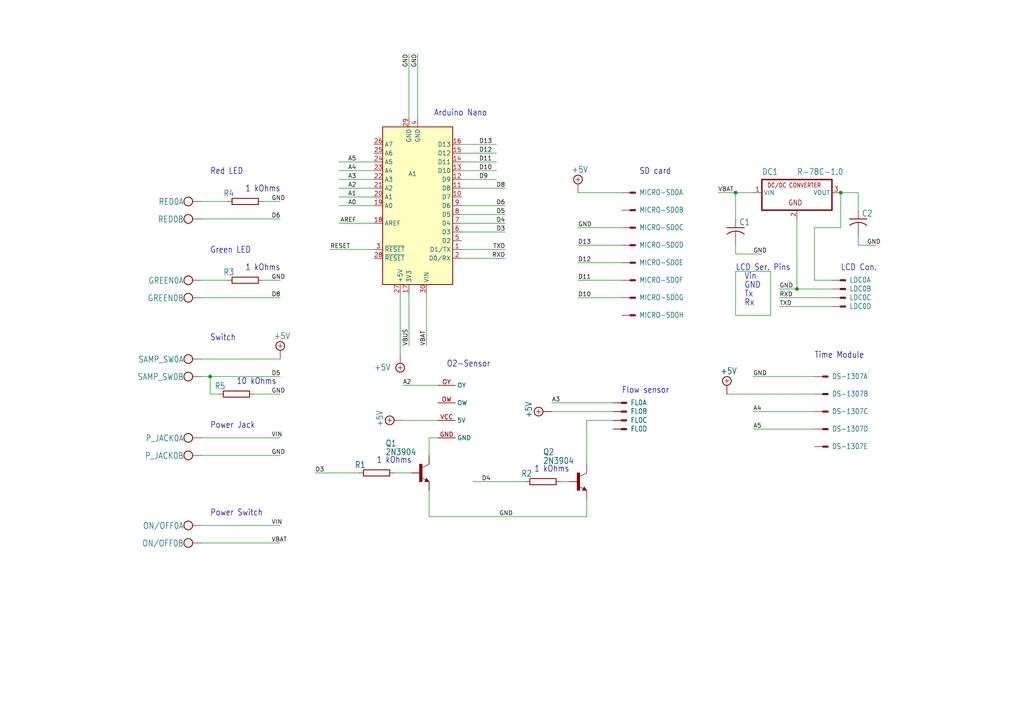
<source format=kicad_sch>
(kicad_sch (version 20230121) (generator eeschema)

  (uuid 934c6408-9e9b-4e10-82cc-224a289f7de0)

  (paper "A4")

  (lib_symbols
    (symbol "MCU_Module:Arduino_Nano_v2.x" (in_bom yes) (on_board yes)
      (property "Reference" "A" (at -10.16 23.495 0)
        (effects (font (size 1.27 1.27)) (justify left bottom))
      )
      (property "Value" "Arduino_Nano_v2.x" (at 5.08 -24.13 0)
        (effects (font (size 1.27 1.27)) (justify left top))
      )
      (property "Footprint" "Module:Arduino_Nano" (at 0 0 0)
        (effects (font (size 1.27 1.27) italic) hide)
      )
      (property "Datasheet" "https://www.arduino.cc/en/uploads/Main/ArduinoNanoManual23.pdf" (at 0 0 0)
        (effects (font (size 1.27 1.27)) hide)
      )
      (property "ki_keywords" "Arduino nano microcontroller module USB" (at 0 0 0)
        (effects (font (size 1.27 1.27)) hide)
      )
      (property "ki_description" "Arduino Nano v2.x" (at 0 0 0)
        (effects (font (size 1.27 1.27)) hide)
      )
      (property "ki_fp_filters" "Arduino*Nano*" (at 0 0 0)
        (effects (font (size 1.27 1.27)) hide)
      )
      (symbol "Arduino_Nano_v2.x_0_1"
        (rectangle (start -10.16 22.86) (end 10.16 -22.86)
          (stroke (width 0.254) (type default))
          (fill (type background))
        )
      )
      (symbol "Arduino_Nano_v2.x_1_1"
        (pin bidirectional line (at -12.7 12.7 0) (length 2.54)
          (name "D1/TX" (effects (font (size 1.27 1.27))))
          (number "1" (effects (font (size 1.27 1.27))))
        )
        (pin bidirectional line (at -12.7 -2.54 0) (length 2.54)
          (name "D7" (effects (font (size 1.27 1.27))))
          (number "10" (effects (font (size 1.27 1.27))))
        )
        (pin bidirectional line (at -12.7 -5.08 0) (length 2.54)
          (name "D8" (effects (font (size 1.27 1.27))))
          (number "11" (effects (font (size 1.27 1.27))))
        )
        (pin bidirectional line (at -12.7 -7.62 0) (length 2.54)
          (name "D9" (effects (font (size 1.27 1.27))))
          (number "12" (effects (font (size 1.27 1.27))))
        )
        (pin bidirectional line (at -12.7 -10.16 0) (length 2.54)
          (name "D10" (effects (font (size 1.27 1.27))))
          (number "13" (effects (font (size 1.27 1.27))))
        )
        (pin bidirectional line (at -12.7 -12.7 0) (length 2.54)
          (name "D11" (effects (font (size 1.27 1.27))))
          (number "14" (effects (font (size 1.27 1.27))))
        )
        (pin bidirectional line (at -12.7 -15.24 0) (length 2.54)
          (name "D12" (effects (font (size 1.27 1.27))))
          (number "15" (effects (font (size 1.27 1.27))))
        )
        (pin bidirectional line (at -12.7 -17.78 0) (length 2.54)
          (name "D13" (effects (font (size 1.27 1.27))))
          (number "16" (effects (font (size 1.27 1.27))))
        )
        (pin power_out line (at 2.54 25.4 270) (length 2.54)
          (name "3V3" (effects (font (size 1.27 1.27))))
          (number "17" (effects (font (size 1.27 1.27))))
        )
        (pin input line (at 12.7 5.08 180) (length 2.54)
          (name "AREF" (effects (font (size 1.27 1.27))))
          (number "18" (effects (font (size 1.27 1.27))))
        )
        (pin bidirectional line (at 12.7 0 180) (length 2.54)
          (name "A0" (effects (font (size 1.27 1.27))))
          (number "19" (effects (font (size 1.27 1.27))))
        )
        (pin bidirectional line (at -12.7 15.24 0) (length 2.54)
          (name "D0/RX" (effects (font (size 1.27 1.27))))
          (number "2" (effects (font (size 1.27 1.27))))
        )
        (pin bidirectional line (at 12.7 -2.54 180) (length 2.54)
          (name "A1" (effects (font (size 1.27 1.27))))
          (number "20" (effects (font (size 1.27 1.27))))
        )
        (pin bidirectional line (at 12.7 -5.08 180) (length 2.54)
          (name "A2" (effects (font (size 1.27 1.27))))
          (number "21" (effects (font (size 1.27 1.27))))
        )
        (pin bidirectional line (at 12.7 -7.62 180) (length 2.54)
          (name "A3" (effects (font (size 1.27 1.27))))
          (number "22" (effects (font (size 1.27 1.27))))
        )
        (pin bidirectional line (at 12.7 -10.16 180) (length 2.54)
          (name "A4" (effects (font (size 1.27 1.27))))
          (number "23" (effects (font (size 1.27 1.27))))
        )
        (pin bidirectional line (at 12.7 -12.7 180) (length 2.54)
          (name "A5" (effects (font (size 1.27 1.27))))
          (number "24" (effects (font (size 1.27 1.27))))
        )
        (pin bidirectional line (at 12.7 -15.24 180) (length 2.54)
          (name "A6" (effects (font (size 1.27 1.27))))
          (number "25" (effects (font (size 1.27 1.27))))
        )
        (pin bidirectional line (at 12.7 -17.78 180) (length 2.54)
          (name "A7" (effects (font (size 1.27 1.27))))
          (number "26" (effects (font (size 1.27 1.27))))
        )
        (pin power_out line (at 5.08 25.4 270) (length 2.54)
          (name "+5V" (effects (font (size 1.27 1.27))))
          (number "27" (effects (font (size 1.27 1.27))))
        )
        (pin input line (at 12.7 15.24 180) (length 2.54)
          (name "~{RESET}" (effects (font (size 1.27 1.27))))
          (number "28" (effects (font (size 1.27 1.27))))
        )
        (pin power_in line (at 2.54 -25.4 90) (length 2.54)
          (name "GND" (effects (font (size 1.27 1.27))))
          (number "29" (effects (font (size 1.27 1.27))))
        )
        (pin input line (at 12.7 12.7 180) (length 2.54)
          (name "~{RESET}" (effects (font (size 1.27 1.27))))
          (number "3" (effects (font (size 1.27 1.27))))
        )
        (pin power_in line (at -2.54 25.4 270) (length 2.54)
          (name "VIN" (effects (font (size 1.27 1.27))))
          (number "30" (effects (font (size 1.27 1.27))))
        )
        (pin power_in line (at 0 -25.4 90) (length 2.54)
          (name "GND" (effects (font (size 1.27 1.27))))
          (number "4" (effects (font (size 1.27 1.27))))
        )
        (pin bidirectional line (at -12.7 10.16 0) (length 2.54)
          (name "D2" (effects (font (size 1.27 1.27))))
          (number "5" (effects (font (size 1.27 1.27))))
        )
        (pin bidirectional line (at -12.7 7.62 0) (length 2.54)
          (name "D3" (effects (font (size 1.27 1.27))))
          (number "6" (effects (font (size 1.27 1.27))))
        )
        (pin bidirectional line (at -12.7 5.08 0) (length 2.54)
          (name "D4" (effects (font (size 1.27 1.27))))
          (number "7" (effects (font (size 1.27 1.27))))
        )
        (pin bidirectional line (at -12.7 2.54 0) (length 2.54)
          (name "D5" (effects (font (size 1.27 1.27))))
          (number "8" (effects (font (size 1.27 1.27))))
        )
        (pin bidirectional line (at -12.7 0 0) (length 2.54)
          (name "D6" (effects (font (size 1.27 1.27))))
          (number "9" (effects (font (size 1.27 1.27))))
        )
      )
    )
    (symbol "Trinket-eagle-import:+5V" (power) (in_bom yes) (on_board yes)
      (property "Reference" "#SUPPLY" (at 0 0 0)
        (effects (font (size 1.27 1.27)) hide)
      )
      (property "Value" "+5V" (at -1.905 3.175 0)
        (effects (font (size 1.778 1.5113)) (justify left bottom))
      )
      (property "Footprint" "" (at 0 0 0)
        (effects (font (size 1.27 1.27)) hide)
      )
      (property "Datasheet" "" (at 0 0 0)
        (effects (font (size 1.27 1.27)) hide)
      )
      (property "ki_locked" "" (at 0 0 0)
        (effects (font (size 1.27 1.27)))
      )
      (symbol "+5V_1_0"
        (polyline
          (pts
            (xy -0.635 1.27)
            (xy 0.635 1.27)
          )
          (stroke (width 0.1524) (type solid))
          (fill (type none))
        )
        (polyline
          (pts
            (xy 0 0.635)
            (xy 0 1.905)
          )
          (stroke (width 0.1524) (type solid))
          (fill (type none))
        )
        (circle (center 0 1.27) (radius 1.27)
          (stroke (width 0.254) (type solid))
          (fill (type none))
        )
        (pin power_in line (at 0 -2.54 90) (length 2.54)
          (name "+5V" (effects (font (size 0 0))))
          (number "1" (effects (font (size 0 0))))
        )
      )
    )
    (symbol "Trinket-eagle-import:22-23-2041" (in_bom yes) (on_board yes)
      (property "Reference" "X" (at 2.54 -0.762 0)
        (effects (font (size 1.524 1.2954)) (justify left bottom))
      )
      (property "Value" "" (at -0.762 1.397 0)
        (effects (font (size 1.778 1.5113)) (justify left bottom) hide)
      )
      (property "Footprint" "Trinket:22-23-2041" (at 0 0 0)
        (effects (font (size 1.27 1.27)) hide)
      )
      (property "Datasheet" "" (at 0 0 0)
        (effects (font (size 1.27 1.27)) hide)
      )
      (property "ki_locked" "" (at 0 0 0)
        (effects (font (size 1.27 1.27)))
      )
      (symbol "22-23-2041_1_0"
        (polyline
          (pts
            (xy 1.27 0)
            (xy 0 0)
          )
          (stroke (width 0.6096) (type solid))
          (fill (type none))
        )
        (pin passive line (at -2.54 0 0) (length 2.54)
          (name "S" (effects (font (size 0 0))))
          (number "1" (effects (font (size 0 0))))
        )
      )
      (symbol "22-23-2041_2_0"
        (polyline
          (pts
            (xy 1.27 0)
            (xy 0 0)
          )
          (stroke (width 0.6096) (type solid))
          (fill (type none))
        )
        (pin passive line (at -2.54 0 0) (length 2.54)
          (name "S" (effects (font (size 0 0))))
          (number "2" (effects (font (size 0 0))))
        )
      )
      (symbol "22-23-2041_3_0"
        (polyline
          (pts
            (xy 1.27 0)
            (xy 0 0)
          )
          (stroke (width 0.6096) (type solid))
          (fill (type none))
        )
        (pin passive line (at -2.54 0 0) (length 2.54)
          (name "S" (effects (font (size 0 0))))
          (number "3" (effects (font (size 0 0))))
        )
      )
      (symbol "22-23-2041_4_0"
        (polyline
          (pts
            (xy 1.27 0)
            (xy 0 0)
          )
          (stroke (width 0.6096) (type solid))
          (fill (type none))
        )
        (pin passive line (at -2.54 0 0) (length 2.54)
          (name "S" (effects (font (size 0 0))))
          (number "4" (effects (font (size 0 0))))
        )
      )
    )
    (symbol "Trinket-eagle-import:22-?-0527-2051" (in_bom yes) (on_board yes)
      (property "Reference" "J" (at 2.54 -0.762 0)
        (effects (font (size 1.524 1.2954)) (justify left bottom))
      )
      (property "Value" "" (at -0.762 1.397 0)
        (effects (font (size 1.778 1.5113)) (justify left bottom) hide)
      )
      (property "Footprint" "Trinket:6410-05" (at 0 0 0)
        (effects (font (size 1.27 1.27)) hide)
      )
      (property "Datasheet" "" (at 0 0 0)
        (effects (font (size 1.27 1.27)) hide)
      )
      (property "ki_locked" "" (at 0 0 0)
        (effects (font (size 1.27 1.27)))
      )
      (symbol "22-?-0527-2051_1_0"
        (polyline
          (pts
            (xy 1.27 0)
            (xy 0 0)
          )
          (stroke (width 0.6096) (type solid))
          (fill (type none))
        )
        (pin passive line (at -2.54 0 0) (length 2.54)
          (name "S" (effects (font (size 0 0))))
          (number "1" (effects (font (size 0 0))))
        )
      )
      (symbol "22-?-0527-2051_2_0"
        (polyline
          (pts
            (xy 1.27 0)
            (xy 0 0)
          )
          (stroke (width 0.6096) (type solid))
          (fill (type none))
        )
        (pin passive line (at -2.54 0 0) (length 2.54)
          (name "S" (effects (font (size 0 0))))
          (number "2" (effects (font (size 0 0))))
        )
      )
      (symbol "22-?-0527-2051_3_0"
        (polyline
          (pts
            (xy 1.27 0)
            (xy 0 0)
          )
          (stroke (width 0.6096) (type solid))
          (fill (type none))
        )
        (pin passive line (at -2.54 0 0) (length 2.54)
          (name "S" (effects (font (size 0 0))))
          (number "3" (effects (font (size 0 0))))
        )
      )
      (symbol "22-?-0527-2051_4_0"
        (polyline
          (pts
            (xy 1.27 0)
            (xy 0 0)
          )
          (stroke (width 0.6096) (type solid))
          (fill (type none))
        )
        (pin passive line (at -2.54 0 0) (length 2.54)
          (name "S" (effects (font (size 0 0))))
          (number "4" (effects (font (size 0 0))))
        )
      )
      (symbol "22-?-0527-2051_5_0"
        (polyline
          (pts
            (xy 1.27 0)
            (xy 0 0)
          )
          (stroke (width 0.6096) (type solid))
          (fill (type none))
        )
        (pin passive line (at -2.54 0 0) (length 2.54)
          (name "S" (effects (font (size 0 0))))
          (number "5" (effects (font (size 0 0))))
        )
      )
    )
    (symbol "Trinket-eagle-import:22-?-0827-2081" (in_bom yes) (on_board yes)
      (property "Reference" "J" (at 2.54 -0.762 0)
        (effects (font (size 1.524 1.2954)) (justify left bottom))
      )
      (property "Value" "" (at -0.762 1.397 0)
        (effects (font (size 1.778 1.5113)) (justify left bottom) hide)
      )
      (property "Footprint" "Trinket:6410-08" (at 0 0 0)
        (effects (font (size 1.27 1.27)) hide)
      )
      (property "Datasheet" "" (at 0 0 0)
        (effects (font (size 1.27 1.27)) hide)
      )
      (property "ki_locked" "" (at 0 0 0)
        (effects (font (size 1.27 1.27)))
      )
      (symbol "22-?-0827-2081_1_0"
        (polyline
          (pts
            (xy 1.27 0)
            (xy 0 0)
          )
          (stroke (width 0.6096) (type solid))
          (fill (type none))
        )
        (pin passive line (at -2.54 0 0) (length 2.54)
          (name "S" (effects (font (size 0 0))))
          (number "1" (effects (font (size 0 0))))
        )
      )
      (symbol "22-?-0827-2081_2_0"
        (polyline
          (pts
            (xy 1.27 0)
            (xy 0 0)
          )
          (stroke (width 0.6096) (type solid))
          (fill (type none))
        )
        (pin passive line (at -2.54 0 0) (length 2.54)
          (name "S" (effects (font (size 0 0))))
          (number "2" (effects (font (size 0 0))))
        )
      )
      (symbol "22-?-0827-2081_3_0"
        (polyline
          (pts
            (xy 1.27 0)
            (xy 0 0)
          )
          (stroke (width 0.6096) (type solid))
          (fill (type none))
        )
        (pin passive line (at -2.54 0 0) (length 2.54)
          (name "S" (effects (font (size 0 0))))
          (number "3" (effects (font (size 0 0))))
        )
      )
      (symbol "22-?-0827-2081_4_0"
        (polyline
          (pts
            (xy 1.27 0)
            (xy 0 0)
          )
          (stroke (width 0.6096) (type solid))
          (fill (type none))
        )
        (pin passive line (at -2.54 0 0) (length 2.54)
          (name "S" (effects (font (size 0 0))))
          (number "4" (effects (font (size 0 0))))
        )
      )
      (symbol "22-?-0827-2081_5_0"
        (polyline
          (pts
            (xy 1.27 0)
            (xy 0 0)
          )
          (stroke (width 0.6096) (type solid))
          (fill (type none))
        )
        (pin passive line (at -2.54 0 0) (length 2.54)
          (name "S" (effects (font (size 0 0))))
          (number "5" (effects (font (size 0 0))))
        )
      )
      (symbol "22-?-0827-2081_6_0"
        (polyline
          (pts
            (xy 1.27 0)
            (xy 0 0)
          )
          (stroke (width 0.6096) (type solid))
          (fill (type none))
        )
        (pin passive line (at -2.54 0 0) (length 2.54)
          (name "S" (effects (font (size 0 0))))
          (number "6" (effects (font (size 0 0))))
        )
      )
      (symbol "22-?-0827-2081_7_0"
        (polyline
          (pts
            (xy 1.27 0)
            (xy 0 0)
          )
          (stroke (width 0.6096) (type solid))
          (fill (type none))
        )
        (pin passive line (at -2.54 0 0) (length 2.54)
          (name "S" (effects (font (size 0 0))))
          (number "7" (effects (font (size 0 0))))
        )
      )
      (symbol "22-?-0827-2081_8_0"
        (polyline
          (pts
            (xy 1.27 0)
            (xy 0 0)
          )
          (stroke (width 0.6096) (type solid))
          (fill (type none))
        )
        (pin passive line (at -2.54 0 0) (length 2.54)
          (name "S" (effects (font (size 0 0))))
          (number "8" (effects (font (size 0 0))))
        )
      )
    )
    (symbol "Trinket-eagle-import:2N3904" (in_bom yes) (on_board yes)
      (property "Reference" "Q" (at -10.16 7.62 0)
        (effects (font (size 1.778 1.5113)) (justify left bottom))
      )
      (property "Value" "" (at -10.16 5.08 0)
        (effects (font (size 1.778 1.5113)) (justify left bottom))
      )
      (property "Footprint" "Trinket:TO92" (at 0 0 0)
        (effects (font (size 1.27 1.27)) hide)
      )
      (property "Datasheet" "" (at 0 0 0)
        (effects (font (size 1.27 1.27)) hide)
      )
      (property "ki_locked" "" (at 0 0 0)
        (effects (font (size 1.27 1.27)))
      )
      (symbol "2N3904_1_0"
        (rectangle (start -0.254 -2.54) (end 0.508 2.54)
          (stroke (width 0) (type default))
          (fill (type outline))
        )
        (polyline
          (pts
            (xy 1.27 -2.54)
            (xy 1.778 -1.524)
          )
          (stroke (width 0.1524) (type solid))
          (fill (type none))
        )
        (polyline
          (pts
            (xy 1.524 -2.413)
            (xy 2.286 -2.413)
          )
          (stroke (width 0.254) (type solid))
          (fill (type none))
        )
        (polyline
          (pts
            (xy 1.524 -2.286)
            (xy 1.905 -2.286)
          )
          (stroke (width 0.254) (type solid))
          (fill (type none))
        )
        (polyline
          (pts
            (xy 1.54 -2.04)
            (xy 0.308 -1.424)
          )
          (stroke (width 0.1524) (type solid))
          (fill (type none))
        )
        (polyline
          (pts
            (xy 1.778 -1.778)
            (xy 1.524 -2.286)
          )
          (stroke (width 0.254) (type solid))
          (fill (type none))
        )
        (polyline
          (pts
            (xy 1.778 -1.524)
            (xy 2.54 -2.54)
          )
          (stroke (width 0.1524) (type solid))
          (fill (type none))
        )
        (polyline
          (pts
            (xy 1.905 -2.286)
            (xy 1.778 -2.032)
          )
          (stroke (width 0.254) (type solid))
          (fill (type none))
        )
        (polyline
          (pts
            (xy 2.286 -2.413)
            (xy 1.778 -1.778)
          )
          (stroke (width 0.254) (type solid))
          (fill (type none))
        )
        (polyline
          (pts
            (xy 2.54 -2.54)
            (xy 1.27 -2.54)
          )
          (stroke (width 0.1524) (type solid))
          (fill (type none))
        )
        (polyline
          (pts
            (xy 2.54 2.54)
            (xy 0.508 1.524)
          )
          (stroke (width 0.1524) (type solid))
          (fill (type none))
        )
        (pin passive line (at 2.54 5.08 270) (length 2.54)
          (name "C" (effects (font (size 0 0))))
          (number "1" (effects (font (size 0 0))))
        )
        (pin passive line (at -2.54 0 0) (length 2.54)
          (name "B" (effects (font (size 0 0))))
          (number "2" (effects (font (size 0 0))))
        )
        (pin passive line (at 2.54 -5.08 90) (length 2.54)
          (name "E" (effects (font (size 0 0))))
          (number "3" (effects (font (size 0 0))))
        )
      )
    )
    (symbol "Trinket-eagle-import:C-US025-024X044" (in_bom yes) (on_board yes)
      (property "Reference" "C" (at 1.016 0.635 0)
        (effects (font (size 1.778 1.5113)) (justify left bottom))
      )
      (property "Value" "" (at 1.016 -4.191 0)
        (effects (font (size 1.778 1.5113)) (justify left bottom))
      )
      (property "Footprint" "Trinket:C025-024X044" (at 0 0 0)
        (effects (font (size 1.27 1.27)) hide)
      )
      (property "Datasheet" "" (at 0 0 0)
        (effects (font (size 1.27 1.27)) hide)
      )
      (property "ki_locked" "" (at 0 0 0)
        (effects (font (size 1.27 1.27)))
      )
      (symbol "C-US025-024X044_1_0"
        (arc (start 0 -1.0161) (mid -1.302 -1.2303) (end -2.4668 -1.8504)
          (stroke (width 0.254) (type solid))
          (fill (type none))
        )
        (polyline
          (pts
            (xy -2.54 0)
            (xy 2.54 0)
          )
          (stroke (width 0.254) (type solid))
          (fill (type none))
        )
        (polyline
          (pts
            (xy 0 -1.016)
            (xy 0 -2.54)
          )
          (stroke (width 0.1524) (type solid))
          (fill (type none))
        )
        (arc (start 2.4892 -1.8541) (mid 1.3158 -1.2194) (end 0 -1)
          (stroke (width 0.254) (type solid))
          (fill (type none))
        )
        (pin passive line (at 0 2.54 270) (length 2.54)
          (name "1" (effects (font (size 0 0))))
          (number "1" (effects (font (size 0 0))))
        )
        (pin passive line (at 0 -5.08 90) (length 2.54)
          (name "2" (effects (font (size 0 0))))
          (number "2" (effects (font (size 0 0))))
        )
      )
    )
    (symbol "Trinket-eagle-import:R-78C-1.0" (in_bom yes) (on_board yes)
      (property "Reference" "DC" (at -10.16 5.08 0)
        (effects (font (size 1.778 1.5113)) (justify left bottom))
      )
      (property "Value" "" (at 0 5.08 0)
        (effects (font (size 1.778 1.5113)) (justify left bottom))
      )
      (property "Footprint" "Trinket:SIP3" (at 0 0 0)
        (effects (font (size 1.27 1.27)) hide)
      )
      (property "Datasheet" "" (at 0 0 0)
        (effects (font (size 1.27 1.27)) hide)
      )
      (property "ki_locked" "" (at 0 0 0)
        (effects (font (size 1.27 1.27)))
      )
      (symbol "R-78C-1.0_1_0"
        (polyline
          (pts
            (xy -10.16 -5.08)
            (xy -10.16 3.81)
          )
          (stroke (width 0.4064) (type solid))
          (fill (type none))
        )
        (polyline
          (pts
            (xy -10.16 3.81)
            (xy 10.16 3.81)
          )
          (stroke (width 0.4064) (type solid))
          (fill (type none))
        )
        (polyline
          (pts
            (xy 10.16 -5.08)
            (xy -10.16 -5.08)
          )
          (stroke (width 0.4064) (type solid))
          (fill (type none))
        )
        (polyline
          (pts
            (xy 10.16 3.81)
            (xy 10.16 -5.08)
          )
          (stroke (width 0.4064) (type solid))
          (fill (type none))
        )
        (text "DC/DC CONVERTER" (at -8.636 1.397 0)
          (effects (font (size 1.27 1.0795)) (justify left bottom))
        )
        (text "GND" (at -2.54 -3.81 0)
          (effects (font (size 1.524 1.2954)) (justify left bottom))
        )
        (pin passive line (at -12.7 0 0) (length 2.54)
          (name "VIN" (effects (font (size 1.27 1.27))))
          (number "1" (effects (font (size 1.27 1.27))))
        )
        (pin passive line (at 0 -7.62 90) (length 2.54)
          (name "GND" (effects (font (size 0 0))))
          (number "2" (effects (font (size 1.27 1.27))))
        )
        (pin passive line (at 12.7 0 180) (length 2.54)
          (name "VOUT" (effects (font (size 1.27 1.27))))
          (number "3" (effects (font (size 1.27 1.27))))
        )
      )
    )
    (symbol "Trinket-eagle-import:RAC01" (in_bom yes) (on_board yes)
      (property "Reference" "R" (at -3.81 1.3716 0)
        (effects (font (size 1.778 1.5113)) (justify left bottom))
      )
      (property "Value" "" (at -3.81 -2.921 0)
        (effects (font (size 1.778 1.5113)) (justify left bottom))
      )
      (property "Footprint" "Trinket:AC01" (at 0 0 0)
        (effects (font (size 1.27 1.27)) hide)
      )
      (property "Datasheet" "" (at 0 0 0)
        (effects (font (size 1.27 1.27)) hide)
      )
      (property "ki_locked" "" (at 0 0 0)
        (effects (font (size 1.27 1.27)))
      )
      (symbol "RAC01_1_0"
        (polyline
          (pts
            (xy -5.08 0)
            (xy -3.81 0)
          )
          (stroke (width 0.1524) (type solid))
          (fill (type none))
        )
        (polyline
          (pts
            (xy -3.81 -0.889)
            (xy -3.81 0)
          )
          (stroke (width 0.254) (type solid))
          (fill (type none))
        )
        (polyline
          (pts
            (xy -3.81 -0.889)
            (xy 3.81 -0.889)
          )
          (stroke (width 0.254) (type solid))
          (fill (type none))
        )
        (polyline
          (pts
            (xy -3.81 0)
            (xy -3.81 0.889)
          )
          (stroke (width 0.254) (type solid))
          (fill (type none))
        )
        (polyline
          (pts
            (xy 3.81 -0.889)
            (xy 3.81 0)
          )
          (stroke (width 0.254) (type solid))
          (fill (type none))
        )
        (polyline
          (pts
            (xy 3.81 0)
            (xy 3.81 0.889)
          )
          (stroke (width 0.254) (type solid))
          (fill (type none))
        )
        (polyline
          (pts
            (xy 3.81 0)
            (xy 5.08 0)
          )
          (stroke (width 0.1524) (type solid))
          (fill (type none))
        )
        (polyline
          (pts
            (xy 3.81 0.889)
            (xy -3.81 0.889)
          )
          (stroke (width 0.254) (type solid))
          (fill (type none))
        )
        (pin passive line (at -5.08 0 0) (length 0)
          (name "1" (effects (font (size 0 0))))
          (number "1" (effects (font (size 0 0))))
        )
        (pin passive line (at 5.08 0 180) (length 0)
          (name "2" (effects (font (size 0 0))))
          (number "2" (effects (font (size 0 0))))
        )
      )
    )
    (symbol "Trinket-eagle-import:UNI-4" (in_bom yes) (on_board yes)
      (property "Reference" "" (at 0 0 0)
        (effects (font (size 1.27 1.27)) hide)
      )
      (property "Value" "" (at 0 0 0)
        (effects (font (size 1.27 1.27)) hide)
      )
      (property "Footprint" "Trinket:UNI-4" (at 0 0 0)
        (effects (font (size 1.27 1.27)) hide)
      )
      (property "Datasheet" "" (at 0 0 0)
        (effects (font (size 1.27 1.27)) hide)
      )
      (property "ki_locked" "" (at 0 0 0)
        (effects (font (size 1.27 1.27)))
      )
      (symbol "UNI-4_1_0"
        (pin bidirectional line (at -93.98 12.7 0) (length 5.08)
          (name "GND" (effects (font (size 1.27 1.27))))
          (number "GND" (effects (font (size 1.27 1.27))))
        )
        (pin bidirectional line (at -93.98 22.86 0) (length 5.08)
          (name "OW" (effects (font (size 1.27 1.27))))
          (number "OW" (effects (font (size 1.27 1.27))))
        )
        (pin bidirectional line (at -93.98 27.94 0) (length 5.08)
          (name "OY" (effects (font (size 1.27 1.27))))
          (number "OY" (effects (font (size 1.27 1.27))))
        )
        (pin bidirectional line (at -93.98 17.78 0) (length 5.08)
          (name "5V" (effects (font (size 1.27 1.27))))
          (number "VCC" (effects (font (size 1.27 1.27))))
        )
      )
    )
    (symbol "Trinket-eagle-import:W237-102" (in_bom yes) (on_board yes)
      (property "Reference" "X" (at 0 0.889 0)
        (effects (font (size 1.778 1.5113)) (justify right top))
      )
      (property "Value" "" (at -2.54 -3.683 0)
        (effects (font (size 1.778 1.5113)) (justify left bottom) hide)
      )
      (property "Footprint" "Trinket:W237-102" (at 0 0 0)
        (effects (font (size 1.27 1.27)) hide)
      )
      (property "Datasheet" "" (at 0 0 0)
        (effects (font (size 1.27 1.27)) hide)
      )
      (property "ki_locked" "" (at 0 0 0)
        (effects (font (size 1.27 1.27)))
      )
      (symbol "W237-102_1_0"
        (circle (center 1.27 0) (radius 1.27)
          (stroke (width 0.254) (type solid))
          (fill (type none))
        )
        (pin passive line (at 5.08 0 180) (length 2.54)
          (name "KL" (effects (font (size 0 0))))
          (number "1" (effects (font (size 0 0))))
        )
      )
      (symbol "W237-102_2_0"
        (circle (center 1.27 0) (radius 1.27)
          (stroke (width 0.254) (type solid))
          (fill (type none))
        )
        (pin passive line (at 5.08 0 180) (length 2.54)
          (name "KL" (effects (font (size 0 0))))
          (number "2" (effects (font (size 0 0))))
        )
      )
    )
  )

  (junction (at 60.96 109.22) (diameter 0) (color 0 0 0 0)
    (uuid 9a185fac-2076-45ba-9280-58d87082b0a1)
  )
  (junction (at 243.84 55.88) (diameter 0) (color 0 0 0 0)
    (uuid a7c9090d-35c1-4c10-9239-74ba38b30166)
  )
  (junction (at 231.14 83.82) (diameter 0) (color 0 0 0 0)
    (uuid e5386161-b325-4758-8c38-20cbf44f29fd)
  )
  (junction (at 213.36 55.88) (diameter 0) (color 0 0 0 0)
    (uuid ffb5f77b-4d94-49d8-b426-efea2b1a3a30)
  )

  (wire (pts (xy 177.8 119.38) (xy 160.02 119.38))
    (stroke (width 0.1524) (type solid))
    (uuid 0255d91c-ad28-43db-8917-7bc72086f71f)
  )
  (wire (pts (xy 108.4532 59.6659) (xy 98.2932 59.6659))
    (stroke (width 0.1524) (type solid))
    (uuid 0dbd8030-7a6b-415e-a733-a45787def92a)
  )
  (wire (pts (xy 218.44 55.88) (xy 213.36 55.88))
    (stroke (width 0.1524) (type solid))
    (uuid 0e53f8b1-56b4-4bff-89fb-e149eba35e5f)
  )
  (wire (pts (xy 60.96 114.3) (xy 60.96 109.22))
    (stroke (width 0.1524) (type solid))
    (uuid 0ff210ce-ba15-4342-b6d2-25485444ad27)
  )
  (wire (pts (xy 108.4532 54.5859) (xy 98.2932 54.5859))
    (stroke (width 0.1524) (type solid))
    (uuid 12b11403-e210-4c05-9768-89b996808e33)
  )
  (wire (pts (xy 146.5532 64.7459) (xy 133.8532 64.7459))
    (stroke (width 0.1524) (type solid))
    (uuid 131f7e9a-e273-4460-8630-059ce83a0a23)
  )
  (wire (pts (xy 241.3 86.36) (xy 226.06 86.36))
    (stroke (width 0.1524) (type solid))
    (uuid 149ff9e5-331c-4f1b-8868-2b6c53c9ef94)
  )
  (wire (pts (xy 152.4 139.7) (xy 137.16 139.7))
    (stroke (width 0.1524) (type solid))
    (uuid 15f11fe5-5334-416a-bbda-4bff27c17613)
  )
  (wire (pts (xy 73.66 114.3) (xy 81.28 114.3))
    (stroke (width 0.1524) (type solid))
    (uuid 17db7c03-5a06-4561-9ac8-912dc2d97b13)
  )
  (wire (pts (xy 123.6932 85.0659) (xy 123.6932 100.3059))
    (stroke (width 0.1524) (type solid))
    (uuid 195c1b0b-11e0-4af6-b9ca-368539fa86c1)
  )
  (wire (pts (xy 231.14 83.82) (xy 226.06 83.82))
    (stroke (width 0.1524) (type solid))
    (uuid 1c48e64f-ef95-4a40-bc05-50239cef8146)
  )
  (wire (pts (xy 146.5532 59.6659) (xy 133.8532 59.6659))
    (stroke (width 0.1524) (type solid))
    (uuid 2358003c-ca02-4a64-8796-0b38c47b4a7a)
  )
  (wire (pts (xy 146.5532 54.5859) (xy 133.8532 54.5859))
    (stroke (width 0.1524) (type solid))
    (uuid 23ffa1db-f56a-4923-9cbf-c330e98bc443)
  )
  (wire (pts (xy 213.36 73.66) (xy 220.98 73.66))
    (stroke (width 0.1524) (type solid))
    (uuid 24806220-4148-4ee5-b53d-238f53e53bac)
  )
  (wire (pts (xy 180.34 71.12) (xy 167.64 71.12))
    (stroke (width 0.1524) (type solid))
    (uuid 2808556a-7a04-4d77-b5c8-fe405db5066d)
  )
  (wire (pts (xy 213.36 91.44) (xy 213.36 78.74))
    (stroke (width 0.1524) (type solid))
    (uuid 2d05a501-fe56-4077-b390-20352e8d7277)
  )
  (wire (pts (xy 124.46 149.86) (xy 170.18 149.86))
    (stroke (width 0.1524) (type solid))
    (uuid 3214e133-d98b-4cde-816b-a3479fc73914)
  )
  (wire (pts (xy 121.1532 15.5794) (xy 121.1532 34.2659))
    (stroke (width 0.1524) (type solid))
    (uuid 35fe6494-c309-45e9-bdfa-f6683cd9de9e)
  )
  (wire (pts (xy 127 121.92) (xy 116.84 121.92))
    (stroke (width 0.1524) (type solid))
    (uuid 3af731e6-63fe-4e9d-8463-6a412119227e)
  )
  (wire (pts (xy 81.28 104.14) (xy 58.42 104.14))
    (stroke (width 0.1524) (type solid))
    (uuid 3b10bafa-fafc-4c5c-b881-2b30103fe1f0)
  )
  (wire (pts (xy 180.34 76.2) (xy 167.64 76.2))
    (stroke (width 0.1524) (type solid))
    (uuid 3e551279-3516-4484-bc34-a7d4f9c3aadb)
  )
  (wire (pts (xy 118.6132 85.0659) (xy 118.6132 100.3059))
    (stroke (width 0.1524) (type solid))
    (uuid 4a286b5a-4146-4541-b94a-2aec5e84072c)
  )
  (wire (pts (xy 177.8 116.84) (xy 160.02 116.84))
    (stroke (width 0.1524) (type solid))
    (uuid 4bfe3fc1-3c69-4d76-be01-fd0516cdc3b7)
  )
  (wire (pts (xy 248.92 71.12) (xy 254 71.12))
    (stroke (width 0.1524) (type solid))
    (uuid 4d867915-ef4a-42a4-b20b-b2bc53a6c656)
  )
  (wire (pts (xy 58.42 86.36) (xy 81.28 86.36))
    (stroke (width 0.1524) (type solid))
    (uuid 4fc28c57-95ce-438a-a576-c814eab88380)
  )
  (wire (pts (xy 236.22 66.04) (xy 236.22 81.28))
    (stroke (width 0.1524) (type solid))
    (uuid 50920be7-c1de-4753-a498-5900e4d5a256)
  )
  (wire (pts (xy 236.22 119.38) (xy 218.44 119.38))
    (stroke (width 0.1524) (type solid))
    (uuid 5384c712-cdd1-4278-a499-0d64e88a8587)
  )
  (wire (pts (xy 243.84 55.88) (xy 243.84 66.04))
    (stroke (width 0.1524) (type solid))
    (uuid 5608f025-d4b2-488b-ba4b-bcdd71172a4f)
  )
  (wire (pts (xy 236.22 109.22) (xy 218.44 109.22))
    (stroke (width 0.1524) (type solid))
    (uuid 569f98e3-1e81-48ee-ba32-00c806a52813)
  )
  (wire (pts (xy 58.42 58.42) (xy 66.04 58.42))
    (stroke (width 0.1524) (type solid))
    (uuid 5a5ef1f6-853b-4783-93ec-7c8a333beed3)
  )
  (wire (pts (xy 58.42 81.28) (xy 66.04 81.28))
    (stroke (width 0.1524) (type solid))
    (uuid 5c10e35e-12f4-40d7-a2f1-48c9d44e1b67)
  )
  (wire (pts (xy 248.92 68.58) (xy 248.92 71.12))
    (stroke (width 0.1524) (type solid))
    (uuid 5cc0fcea-cb49-4e38-bbf3-11623f40fb93)
  )
  (wire (pts (xy 236.22 81.28) (xy 241.3 81.28))
    (stroke (width 0.1524) (type solid))
    (uuid 5dc32938-62e9-4aa7-bb82-bc79653c780a)
  )
  (wire (pts (xy 58.42 132.08) (xy 81.28 132.08))
    (stroke (width 0.1524) (type solid))
    (uuid 606adae8-493c-48a0-9e81-b02b40e56715)
  )
  (wire (pts (xy 213.36 63.5) (xy 213.36 55.88))
    (stroke (width 0.1524) (type solid))
    (uuid 6101ed37-1c38-4da6-ac39-fbf5cfa21ba5)
  )
  (wire (pts (xy 108.4532 72.3659) (xy 95.7532 72.3659))
    (stroke (width 0.1524) (type solid))
    (uuid 6356e5c9-5c9d-4865-9f02-e4f4ad244cc6)
  )
  (wire (pts (xy 243.84 66.04) (xy 236.22 66.04))
    (stroke (width 0.1524) (type solid))
    (uuid 641e6ea0-efd0-4781-84e5-af2ca6392afe)
  )
  (wire (pts (xy 231.14 63.5) (xy 231.14 83.82))
    (stroke (width 0.1524) (type solid))
    (uuid 64d14601-a815-4117-92a2-21a324c63f91)
  )
  (wire (pts (xy 133.8532 44.4259) (xy 144.0132 44.4259))
    (stroke (width 0.1524) (type solid))
    (uuid 6d853df6-b808-48a1-b71d-b1bcfce8c41b)
  )
  (wire (pts (xy 108.4532 64.7459) (xy 98.2932 64.7459))
    (stroke (width 0.1524) (type solid))
    (uuid 6d8b86f6-c28f-47af-8121-e7485f68026a)
  )
  (wire (pts (xy 58.42 109.22) (xy 60.96 109.22))
    (stroke (width 0.1524) (type solid))
    (uuid 6fbdfa57-e934-4ead-9e6e-e6161168b2a2)
  )
  (wire (pts (xy 127 111.76) (xy 116.84 111.76))
    (stroke (width 0.1524) (type solid))
    (uuid 706e6751-4e2a-4c0b-b27b-f6465e76f228)
  )
  (wire (pts (xy 133.8532 74.9059) (xy 146.5532 74.9059))
    (stroke (width 0.1524) (type solid))
    (uuid 7a843a21-0cf7-4857-8308-ad1855d69916)
  )
  (wire (pts (xy 180.34 86.36) (xy 167.64 86.36))
    (stroke (width 0.1524) (type solid))
    (uuid 7d919044-f123-40b3-ae03-66ad96fda8b9)
  )
  (wire (pts (xy 108.4532 49.5059) (xy 98.2932 49.5059))
    (stroke (width 0.1524) (type solid))
    (uuid 7dbd9cd0-ef6f-4a62-8dd5-8fb634ca0607)
  )
  (wire (pts (xy 180.34 81.28) (xy 167.64 81.28))
    (stroke (width 0.1524) (type solid))
    (uuid 7e5f5b72-664c-43d6-b152-8a70a033fbe2)
  )
  (wire (pts (xy 116.0732 102.8459) (xy 116.0732 85.0659))
    (stroke (width 0.1524) (type solid))
    (uuid 819610cc-46be-420c-8d0f-cb485b4554f9)
  )
  (wire (pts (xy 133.8532 67.2859) (xy 146.5532 67.2859))
    (stroke (width 0.1524) (type solid))
    (uuid 81cca7f3-2c8f-461f-9115-775818c7ab5b)
  )
  (wire (pts (xy 124.46 127) (xy 124.46 132.08))
    (stroke (width 0.1524) (type solid))
    (uuid 850c7cb1-9eed-4dfa-b7b3-cf55a7b08d0b)
  )
  (wire (pts (xy 248.92 60.96) (xy 248.92 55.88))
    (stroke (width 0.1524) (type solid))
    (uuid 87fcca1d-bb50-4640-a9bf-11a95879b4f5)
  )
  (wire (pts (xy 108.4532 46.9659) (xy 98.2932 46.9659))
    (stroke (width 0.1524) (type solid))
    (uuid 8de3eafb-a6e3-4f4b-9c24-12020e2303a8)
  )
  (wire (pts (xy 170.18 121.92) (xy 170.18 134.62))
    (stroke (width 0.1524) (type solid))
    (uuid 8f667164-0f99-407f-b548-94566e79e8be)
  )
  (wire (pts (xy 108.4532 57.1259) (xy 98.2932 57.1259))
    (stroke (width 0.1524) (type solid))
    (uuid 913eb66c-0169-4aa8-82d9-5f61e9027d31)
  )
  (wire (pts (xy 146.5532 62.2059) (xy 133.8532 62.2059))
    (stroke (width 0.1524) (type solid))
    (uuid 9692ad57-ea1d-4b35-b0a3-6af581d8c9ae)
  )
  (wire (pts (xy 127 127) (xy 124.46 127))
    (stroke (width 0.1524) (type solid))
    (uuid 9717aa8c-454e-4f5d-a8cd-1e5261b7876b)
  )
  (wire (pts (xy 248.92 55.88) (xy 243.84 55.88))
    (stroke (width 0.1524) (type solid))
    (uuid 9b006e4e-b07c-45b1-b8af-c51325d1e298)
  )
  (wire (pts (xy 58.42 152.4) (xy 81.28 152.4))
    (stroke (width 0.1524) (type solid))
    (uuid a6594a11-b21d-4e05-849f-c6be78f662bb)
  )
  (wire (pts (xy 104.14 137.16) (xy 91.44 137.16))
    (stroke (width 0.1524) (type solid))
    (uuid abcf175a-40df-4342-8e8e-840db745c965)
  )
  (wire (pts (xy 133.8532 72.3659) (xy 146.5532 72.3659))
    (stroke (width 0.1524) (type solid))
    (uuid ac6032ba-3208-4b6e-b47d-d647360e49fe)
  )
  (wire (pts (xy 213.36 71.12) (xy 213.36 73.66))
    (stroke (width 0.1524) (type solid))
    (uuid adb3cf8f-04a7-4e96-bb8c-a77b7ac5cc45)
  )
  (wire (pts (xy 58.42 157.48) (xy 81.28 157.48))
    (stroke (width 0.1524) (type solid))
    (uuid ae509c06-7403-47e6-aedd-870cded2a293)
  )
  (wire (pts (xy 241.3 88.9) (xy 226.06 88.9))
    (stroke (width 0.1524) (type solid))
    (uuid b0a57fe1-82a4-4bae-9296-7bd4cbc69032)
  )
  (wire (pts (xy 63.5 114.3) (xy 60.96 114.3))
    (stroke (width 0.1524) (type solid))
    (uuid b0cc91a9-0b26-4523-aa08-f175cd287f1f)
  )
  (wire (pts (xy 58.42 63.5) (xy 81.28 63.5))
    (stroke (width 0.1524) (type solid))
    (uuid b2a63610-b432-4513-8a11-ff312afe75de)
  )
  (wire (pts (xy 241.3 83.82) (xy 231.14 83.82))
    (stroke (width 0.1524) (type solid))
    (uuid bb895c55-d292-4b13-ab83-c6b235dabe5f)
  )
  (wire (pts (xy 133.8532 46.9659) (xy 144.0132 46.9659))
    (stroke (width 0.1524) (type solid))
    (uuid bed57d80-9090-4f38-98e3-30499031944a)
  )
  (wire (pts (xy 124.46 142.24) (xy 124.46 149.86))
    (stroke (width 0.1524) (type solid))
    (uuid bf89f23f-57cd-4ad6-87ab-4d93875e08ce)
  )
  (wire (pts (xy 236.22 114.3) (xy 210.82 114.3))
    (stroke (width 0.1524) (type solid))
    (uuid c0e45853-b67e-485d-b786-839f65c3354e)
  )
  (wire (pts (xy 60.96 109.22) (xy 81.28 109.22))
    (stroke (width 0.1524) (type solid))
    (uuid c5d41f9e-f131-4ef6-a892-ea161717467f)
  )
  (wire (pts (xy 213.36 55.88) (xy 208.28 55.88))
    (stroke (width 0.1524) (type solid))
    (uuid c70678d8-e922-4a74-9b41-9402d6a89f9d)
  )
  (wire (pts (xy 177.8 121.92) (xy 170.18 121.92))
    (stroke (width 0.1524) (type solid))
    (uuid c99bb680-1734-46e3-880e-73be542ed728)
  )
  (wire (pts (xy 165.1 139.7) (xy 162.56 139.7))
    (stroke (width 0.1524) (type solid))
    (uuid cd202a48-a521-464a-8348-a1cd99ca68f9)
  )
  (wire (pts (xy 223.52 91.44) (xy 213.36 91.44))
    (stroke (width 0.1524) (type solid))
    (uuid ce2e24e4-9845-448f-aece-0775eea461bb)
  )
  (wire (pts (xy 223.52 78.74) (xy 223.52 91.44))
    (stroke (width 0.1524) (type solid))
    (uuid d0511c87-dd4b-4c2a-a9cc-f5ea13a4ce9d)
  )
  (wire (pts (xy 133.8532 41.8859) (xy 144.0132 41.8859))
    (stroke (width 0.1524) (type solid))
    (uuid d28b27ed-767c-43f9-9a88-d83d0188243d)
  )
  (wire (pts (xy 119.38 137.16) (xy 114.3 137.16))
    (stroke (width 0.1524) (type solid))
    (uuid da80af5d-7a0d-4b8c-ae7e-f1cf6a3e5f8e)
  )
  (wire (pts (xy 133.8532 52.0459) (xy 144.0132 52.0459))
    (stroke (width 0.1524) (type solid))
    (uuid db6808d8-b66c-4089-bcc3-d900118fcf73)
  )
  (wire (pts (xy 76.2 81.28) (xy 81.28 81.28))
    (stroke (width 0.1524) (type solid))
    (uuid e437941d-ae84-48e3-8226-5daa3e27c1e5)
  )
  (wire (pts (xy 170.18 149.86) (xy 170.18 144.78))
    (stroke (width 0.1524) (type solid))
    (uuid e7154880-0d5c-4f68-8359-2cd71021a461)
  )
  (wire (pts (xy 180.34 55.88) (xy 167.64 55.88))
    (stroke (width 0.1524) (type solid))
    (uuid e740779b-fe9c-4617-a1c3-91c6415379c0)
  )
  (wire (pts (xy 133.8532 49.5059) (xy 144.0132 49.5059))
    (stroke (width 0.1524) (type solid))
    (uuid ead181bc-db72-4e57-bcec-559783edd8d7)
  )
  (wire (pts (xy 118.6132 15.5794) (xy 118.6132 34.2659))
    (stroke (width 0.1524) (type solid))
    (uuid eb61cbf2-bab7-471e-93a8-5f28621e39bd)
  )
  (wire (pts (xy 180.34 66.04) (xy 167.64 66.04))
    (stroke (width 0.1524) (type solid))
    (uuid ed64a227-6525-4760-9220-83803dd86aa7)
  )
  (wire (pts (xy 213.36 78.74) (xy 223.52 78.74))
    (stroke (width 0.1524) (type solid))
    (uuid ef46302c-06f3-4ce3-8aff-6c597e6b72dc)
  )
  (wire (pts (xy 108.4532 52.0459) (xy 98.2932 52.0459))
    (stroke (width 0.1524) (type solid))
    (uuid f1ce9212-8afa-45b5-aa6e-37a5f1f749a4)
  )
  (wire (pts (xy 76.2 58.42) (xy 81.28 58.42))
    (stroke (width 0.1524) (type solid))
    (uuid f22047fd-58ef-4702-bbdf-1645c03a791d)
  )
  (wire (pts (xy 58.42 127) (xy 81.28 127))
    (stroke (width 0.1524) (type solid))
    (uuid fd741737-b39b-46f3-9a31-162f3241aa22)
  )
  (wire (pts (xy 236.22 124.46) (xy 218.44 124.46))
    (stroke (width 0.1524) (type solid))
    (uuid ffc1b6ef-53d5-46f8-8f59-6e7dae3f1893)
  )

  (text "Red LED" (at 60.96 50.8 0)
    (effects (font (size 1.778 1.5113)) (justify left bottom))
    (uuid 01f68b37-636f-48eb-9ccf-4cc846d61cca)
  )
  (text "LCD Con." (at 243.84 78.74 0)
    (effects (font (size 1.778 1.5113)) (justify left bottom))
    (uuid 03f5b789-9fb7-4b85-9a17-fd4c73008e9f)
  )
  (text "1 kOhms" (at 154.94 137.16 0)
    (effects (font (size 1.778 1.5113)) (justify left bottom))
    (uuid 0f7c8437-2a08-4806-bf7f-1cae327ca500)
  )
  (text "Flow sensor" (at 180.34 114.3 0)
    (effects (font (size 1.778 1.5113)) (justify left bottom))
    (uuid 17ddbed5-bf53-4883-89ee-d3f015bf7620)
  )
  (text "Green LED" (at 60.96 73.66 0)
    (effects (font (size 1.778 1.5113)) (justify left bottom))
    (uuid 1e0c99e5-ce35-4336-917e-135c2df0a046)
  )
  (text "LCD Ser. Pins" (at 213.36 78.74 0)
    (effects (font (size 1.778 1.5113)) (justify left bottom))
    (uuid 1ea2834d-fe85-4713-8f85-4e6069abee24)
  )
  (text "Vin" (at 215.9 81.28 0)
    (effects (font (size 1.778 1.5113)) (justify left bottom))
    (uuid 316399e7-44eb-4401-95d3-fc3365341434)
  )
  (text "1 kOhms" (at 71.12 78.74 0)
    (effects (font (size 1.778 1.5113)) (justify left bottom))
    (uuid 3987de65-38bf-4ff2-b08a-e4d4ff8e42af)
  )
  (text "O2-Sensor" (at 129.54 106.68 0)
    (effects (font (size 1.778 1.5113)) (justify left bottom))
    (uuid 4a41209c-e190-4beb-aef1-6353f85a8526)
  )
  (text "SD card" (at 185.42 50.8 0)
    (effects (font (size 1.778 1.5113)) (justify left bottom))
    (uuid 513e49c1-7fab-4bd9-bf1d-5e319219ec46)
  )
  (text "10 kOhms" (at 68.58 111.76 0)
    (effects (font (size 1.778 1.5113)) (justify left bottom))
    (uuid 54619f12-85b5-4623-8129-29461fb94d50)
  )
  (text "Power Jack" (at 60.96 124.46 0)
    (effects (font (size 1.778 1.5113)) (justify left bottom))
    (uuid 585353f8-8e79-4d09-8013-cb9c573fb0ab)
  )
  (text "Time Module" (at 236.22 104.14 0)
    (effects (font (size 1.778 1.5113)) (justify left bottom))
    (uuid 94dbf1a9-19d2-4cb8-8473-86038686eb63)
  )
  (text "Rx" (at 215.9 88.9 0)
    (effects (font (size 1.778 1.5113)) (justify left bottom))
    (uuid 9bb84493-1bb9-4b6d-8bef-4dd5af396a0f)
  )
  (text "Tx" (at 215.9 86.36 0)
    (effects (font (size 1.778 1.5113)) (justify left bottom))
    (uuid c318eca9-a01d-4e14-b875-48da99e3ee6f)
  )
  (text "1 kOhms" (at 71.12 55.88 0)
    (effects (font (size 1.778 1.5113)) (justify left bottom))
    (uuid c8a8ee42-daa6-42e5-ba98-a47cd5d08703)
  )
  (text "Arduino Nano\n" (at 141.3032 33.8897 0)
    (effects (font (size 1.778 1.5113)) (justify right bottom))
    (uuid dfcced9a-4cc1-4267-a829-6e509a78abdd)
  )
  (text "Switch" (at 60.96 99.06 0)
    (effects (font (size 1.778 1.5113)) (justify left bottom))
    (uuid ef1d820b-f32c-472a-aa6e-16b8b5738778)
  )
  (text "Power Switch" (at 60.96 149.86 0)
    (effects (font (size 1.778 1.5113)) (justify left bottom))
    (uuid fa427154-aca6-453d-921c-295ed369d245)
  )
  (text "GND" (at 215.9 83.82 0)
    (effects (font (size 1.778 1.5113)) (justify left bottom))
    (uuid fc603deb-20b9-4801-af70-637d7857ad35)
  )
  (text "1 kOhms" (at 109.22 134.62 0)
    (effects (font (size 1.778 1.5113)) (justify left bottom))
    (uuid fe15a992-0d13-4a91-ac55-e5f6282b99dc)
  )

  (label "GND" (at 218.44 73.66 0) (fields_autoplaced)
    (effects (font (size 1.2446 1.2446)) (justify left bottom))
    (uuid 002d0d4c-a3d0-42ff-b156-5eecdbb29ee1)
  )
  (label "A3" (at 160.02 116.84 0) (fields_autoplaced)
    (effects (font (size 1.2446 1.2446)) (justify left bottom))
    (uuid 02ca2068-059c-4ac8-83e4-b8928bfcdfbb)
  )
  (label "A5" (at 103.3732 46.9659 180) (fields_autoplaced)
    (effects (font (size 1.2446 1.2446)) (justify right bottom))
    (uuid 031b81d8-8ffc-4630-8e9c-ae0fdae61886)
  )
  (label "D8" (at 78.74 86.36 0) (fields_autoplaced)
    (effects (font (size 1.2446 1.2446)) (justify left bottom))
    (uuid 03b4a9cb-43d8-4932-b624-d6fc42af16b7)
  )
  (label "A4" (at 218.44 119.38 0) (fields_autoplaced)
    (effects (font (size 1.2446 1.2446)) (justify left bottom))
    (uuid 083f9d1f-3fbf-45a1-9172-fa8c84c11a8e)
  )
  (label "VBAT" (at 123.6932 100.3059 90) (fields_autoplaced)
    (effects (font (size 1.2446 1.2446)) (justify left bottom))
    (uuid 095c1f51-d28b-407f-a939-21ad90dfbe11)
  )
  (label "D3" (at 91.44 137.16 0) (fields_autoplaced)
    (effects (font (size 1.2446 1.2446)) (justify left bottom))
    (uuid 0e92f783-ad86-4e7f-937c-aabfd6e521ee)
  )
  (label "RXD" (at 146.5532 74.9059 180) (fields_autoplaced)
    (effects (font (size 1.2446 1.2446)) (justify right bottom))
    (uuid 12a3c972-f719-4950-8c46-d8cf86d913da)
  )
  (label "D9" (at 138.9332 52.0459 0) (fields_autoplaced)
    (effects (font (size 1.2446 1.2446)) (justify left bottom))
    (uuid 1a230fc7-0354-4969-80fd-4e0ed2818c46)
  )
  (label "GND" (at 218.44 109.22 0) (fields_autoplaced)
    (effects (font (size 1.2446 1.2446)) (justify left bottom))
    (uuid 1ada9ed8-fcec-42d8-98ad-439a601ad121)
  )
  (label "VBUS" (at 118.6132 100.3059 90) (fields_autoplaced)
    (effects (font (size 1.2446 1.2446)) (justify left bottom))
    (uuid 24d1c4e3-1844-40a8-b2e7-f58d832474fd)
  )
  (label "VIN" (at 78.74 127 0) (fields_autoplaced)
    (effects (font (size 1.2446 1.2446)) (justify left bottom))
    (uuid 2abbfbe8-cc7d-46b1-8e95-a43e5ba53308)
  )
  (label "D4" (at 146.5532 64.7459 180) (fields_autoplaced)
    (effects (font (size 1.2446 1.2446)) (justify right bottom))
    (uuid 36b1140f-5df3-43b5-b6a3-028e0b88da29)
  )
  (label "A0" (at 103.3732 59.6659 180) (fields_autoplaced)
    (effects (font (size 1.2446 1.2446)) (justify right bottom))
    (uuid 3b130787-de59-4bbb-b0ce-4f2041d0e0b3)
  )
  (label "GND" (at 78.74 81.28 0) (fields_autoplaced)
    (effects (font (size 1.2446 1.2446)) (justify left bottom))
    (uuid 3b19408d-6e76-4123-975f-7c5feacbafdd)
  )
  (label "RXD" (at 226.06 86.36 0) (fields_autoplaced)
    (effects (font (size 1.2446 1.2446)) (justify left bottom))
    (uuid 3e272b49-0b8d-4da6-9b1e-fac570b1442d)
  )
  (label "A3" (at 103.3732 52.0459 180) (fields_autoplaced)
    (effects (font (size 1.2446 1.2446)) (justify right bottom))
    (uuid 437aefe6-b62f-48ac-b379-b1d2d391bf2a)
  )
  (label "D13" (at 167.64 71.12 0) (fields_autoplaced)
    (effects (font (size 1.2446 1.2446)) (justify left bottom))
    (uuid 43ae9ad1-4599-4835-b9e3-e2bddb8cacc2)
  )
  (label "A4" (at 103.3732 49.5059 180) (fields_autoplaced)
    (effects (font (size 1.2446 1.2446)) (justify right bottom))
    (uuid 45791ffc-5e58-4470-ac1e-b948d4b415f1)
  )
  (label "D6" (at 146.5532 59.6659 180) (fields_autoplaced)
    (effects (font (size 1.2446 1.2446)) (justify right bottom))
    (uuid 5760d07d-3d23-416d-be11-051d08a8737c)
  )
  (label "VIN" (at 78.74 152.4 0) (fields_autoplaced)
    (effects (font (size 1.2446 1.2446)) (justify left bottom))
    (uuid 5a6aab60-54c6-46cd-bb73-5918a7774857)
  )
  (label "D8" (at 146.5532 54.5859 180) (fields_autoplaced)
    (effects (font (size 1.2446 1.2446)) (justify right bottom))
    (uuid 5dac0c94-33e3-4f4a-b0d5-dced81aa6fe3)
  )
  (label "A2" (at 116.84 111.76 0) (fields_autoplaced)
    (effects (font (size 1.2446 1.2446)) (justify left bottom))
    (uuid 64f7dc57-a7ff-4aed-83a6-7e054d14f307)
  )
  (label "TXD" (at 226.06 88.9 0) (fields_autoplaced)
    (effects (font (size 1.2446 1.2446)) (justify left bottom))
    (uuid 6ae2fbcc-d44e-46e3-a31c-9ae349c6fd04)
  )
  (label "GND" (at 118.6132 15.5794 270) (fields_autoplaced)
    (effects (font (size 1.2446 1.2446)) (justify right bottom))
    (uuid 6daa2252-4a06-435a-ac04-22424dc2903b)
  )
  (label "D11" (at 138.9332 46.9659 0) (fields_autoplaced)
    (effects (font (size 1.2446 1.2446)) (justify left bottom))
    (uuid 739a81df-2093-4c4d-b789-ad900a11cc58)
  )
  (label "A5" (at 218.44 124.46 0) (fields_autoplaced)
    (effects (font (size 1.2446 1.2446)) (justify left bottom))
    (uuid 742e69d6-676a-4ea0-aab4-829589ce22fe)
  )
  (label "D12" (at 138.9332 44.4259 0) (fields_autoplaced)
    (effects (font (size 1.2446 1.2446)) (justify left bottom))
    (uuid 784d32be-9811-4a74-a151-8c37faeb57ec)
  )
  (label "GND" (at 121.1532 15.5794 270) (fields_autoplaced)
    (effects (font (size 1.2446 1.2446)) (justify right bottom))
    (uuid 79529546-05f4-4ab3-b4c0-1399695342bd)
  )
  (label "D6" (at 78.74 63.5 0) (fields_autoplaced)
    (effects (font (size 1.2446 1.2446)) (justify left bottom))
    (uuid 7bc3072f-4805-488b-b9c7-531b0edf97e2)
  )
  (label "RESET" (at 95.7532 72.3659 0) (fields_autoplaced)
    (effects (font (size 1.2446 1.2446)) (justify left bottom))
    (uuid 7bedaa88-7580-4917-adca-bc692cafed96)
  )
  (label "D12" (at 167.64 76.2 0) (fields_autoplaced)
    (effects (font (size 1.2446 1.2446)) (justify left bottom))
    (uuid 7f5bcf47-39bc-49eb-b95e-c4f7768e52fe)
  )
  (label "D13" (at 138.9332 41.8859 0) (fields_autoplaced)
    (effects (font (size 1.2446 1.2446)) (justify left bottom))
    (uuid 7f8e691f-51bf-4fb4-bc50-957f3dedc8f4)
  )
  (label "D10" (at 138.9332 49.5059 0) (fields_autoplaced)
    (effects (font (size 1.2446 1.2446)) (justify left bottom))
    (uuid 906998e1-223d-440d-954a-0571aed2efcc)
  )
  (label "VBAT" (at 208.28 55.88 0) (fields_autoplaced)
    (effects (font (size 1.2446 1.2446)) (justify left bottom))
    (uuid 9380e868-d0e4-4cb1-a092-85712bb95485)
  )
  (label "A2" (at 103.3732 54.5859 180) (fields_autoplaced)
    (effects (font (size 1.2446 1.2446)) (justify right bottom))
    (uuid 9d80e460-b978-4a3b-b3ad-040357a1e37d)
  )
  (label "D5" (at 146.5532 62.2059 180) (fields_autoplaced)
    (effects (font (size 1.2446 1.2446)) (justify right bottom))
    (uuid a6ffcd82-1d4a-46ad-8682-6669d4ac2087)
  )
  (label "GND" (at 251.46 71.12 0) (fields_autoplaced)
    (effects (font (size 1.2446 1.2446)) (justify left bottom))
    (uuid a88d39e4-8822-4e5d-b91e-b67209201a80)
  )
  (label "GND" (at 78.74 114.3 0) (fields_autoplaced)
    (effects (font (size 1.2446 1.2446)) (justify left bottom))
    (uuid a91cf904-9563-4137-94a5-96e53f2896ef)
  )
  (label "GND" (at 78.74 132.08 0) (fields_autoplaced)
    (effects (font (size 1.2446 1.2446)) (justify left bottom))
    (uuid b277dd73-dfa5-409a-8da2-aa3fca1a7852)
  )
  (label "D10" (at 167.64 86.36 0) (fields_autoplaced)
    (effects (font (size 1.2446 1.2446)) (justify left bottom))
    (uuid bfcd1849-4aec-4062-b78e-6388052d2139)
  )
  (label "A1" (at 103.3732 57.1259 180) (fields_autoplaced)
    (effects (font (size 1.2446 1.2446)) (justify right bottom))
    (uuid c9164277-7e02-45a2-986c-a553a40a6098)
  )
  (label "GND" (at 167.64 66.04 0) (fields_autoplaced)
    (effects (font (size 1.2446 1.2446)) (justify left bottom))
    (uuid cc3296bf-fc55-4446-83a8-0d59683d6ddf)
  )
  (label "VBAT" (at 78.74 157.48 0) (fields_autoplaced)
    (effects (font (size 1.2446 1.2446)) (justify left bottom))
    (uuid cf9f16c8-383f-4908-9655-53746e593c4a)
  )
  (label "D11" (at 167.64 81.28 0) (fields_autoplaced)
    (effects (font (size 1.2446 1.2446)) (justify left bottom))
    (uuid d0c85c3e-0714-4ab6-8515-fe5c2b80b840)
  )
  (label "D5" (at 78.74 109.22 0) (fields_autoplaced)
    (effects (font (size 1.2446 1.2446)) (justify left bottom))
    (uuid df162f68-6952-41c9-8a99-19e0213a1b1e)
  )
  (label "D4" (at 139.7 139.7 0) (fields_autoplaced)
    (effects (font (size 1.2446 1.2446)) (justify left bottom))
    (uuid e25fd438-021a-4d76-853e-a708279194d0)
  )
  (label "GND" (at 226.06 83.82 0) (fields_autoplaced)
    (effects (font (size 1.2446 1.2446)) (justify left bottom))
    (uuid e4920579-4be3-4bc4-9a0a-5adbc196b3e2)
  )
  (label "D3" (at 146.5532 67.2859 180) (fields_autoplaced)
    (effects (font (size 1.2446 1.2446)) (justify right bottom))
    (uuid f0bc2455-2586-413f-aa1e-62fd582d9c17)
  )
  (label "GND" (at 144.78 149.86 0) (fields_autoplaced)
    (effects (font (size 1.2446 1.2446)) (justify left bottom))
    (uuid f5e825a9-e628-432e-bbe9-19c390fab69d)
  )
  (label "TXD" (at 146.5532 72.3659 180) (fields_autoplaced)
    (effects (font (size 1.2446 1.2446)) (justify right bottom))
    (uuid f61e444b-94dd-49f5-a1c6-a1ebed9b56c7)
  )
  (label "AREF" (at 103.3732 64.7459 180) (fields_autoplaced)
    (effects (font (size 1.2446 1.2446)) (justify right bottom))
    (uuid f9d3f254-500d-4765-8abe-f6b955438589)
  )
  (label "GND" (at 78.74 58.42 0) (fields_autoplaced)
    (effects (font (size 1.2446 1.2446)) (justify left bottom))
    (uuid fb73c53e-c5f4-4d1e-a0d5-25dc9cf77aba)
  )

  (symbol (lib_id "Trinket-eagle-import:R-78C-1.0") (at 231.14 55.88 0) (unit 1)
    (in_bom yes) (on_board yes) (dnp no)
    (uuid 043c0091-be6f-45cc-a3bd-7c86d10f15f6)
    (property "Reference" "DC1" (at 220.98 50.8 0)
      (effects (font (size 1.778 1.5113)) (justify left bottom))
    )
    (property "Value" "R-78C-1.0" (at 231.14 50.8 0)
      (effects (font (size 1.778 1.5113)) (justify left bottom))
    )
    (property "Footprint" "Trinket:SIP3" (at 231.14 55.88 0)
      (effects (font (size 1.27 1.27)) hide)
    )
    (property "Datasheet" "" (at 231.14 55.88 0)
      (effects (font (size 1.27 1.27)) hide)
    )
    (pin "1" (uuid 88609b2b-77ce-418b-838a-9be0b69b1395))
    (pin "2" (uuid 91dba2b6-1d72-46cd-b37b-e25b039f218e))
    (pin "3" (uuid 2957a7e5-1185-4eb7-8bbf-e41bfcb7ac0c))
    (instances
      (project "Trinket"
        (path "/934c6408-9e9b-4e10-82cc-224a289f7de0"
          (reference "DC1") (unit 1)
        )
      )
    )
  )

  (symbol (lib_id "Trinket-eagle-import:2N3904") (at 121.92 137.16 0) (unit 1)
    (in_bom yes) (on_board yes) (dnp no)
    (uuid 0a96cce6-52bd-4536-b2f0-bbb8c7f33044)
    (property "Reference" "Q1" (at 111.76 129.54 0)
      (effects (font (size 1.778 1.5113)) (justify left bottom))
    )
    (property "Value" "2N3904" (at 111.76 132.08 0)
      (effects (font (size 1.778 1.5113)) (justify left bottom))
    )
    (property "Footprint" "Trinket:TO92" (at 121.92 137.16 0)
      (effects (font (size 1.27 1.27)) hide)
    )
    (property "Datasheet" "" (at 121.92 137.16 0)
      (effects (font (size 1.27 1.27)) hide)
    )
    (pin "2" (uuid 886bbcbf-7d69-4119-ac43-b5775ae83b57))
    (pin "1" (uuid abb42c6f-1b51-43f2-b28c-db662aceec93))
    (pin "3" (uuid b9e8ddb2-85d1-478a-987a-7e34afc9d79a))
    (instances
      (project "Trinket"
        (path "/934c6408-9e9b-4e10-82cc-224a289f7de0"
          (reference "Q1") (unit 1)
        )
      )
    )
  )

  (symbol (lib_id "Trinket-eagle-import:22-23-2041") (at 180.34 121.92 0) (unit 3)
    (in_bom yes) (on_board yes) (dnp no)
    (uuid 0b04ddc3-a81c-4e23-91d8-0de083f9c85f)
    (property "Reference" "FL0" (at 182.88 122.682 0)
      (effects (font (size 1.524 1.2954)) (justify left bottom))
    )
    (property "Value" "22-23-2041" (at 179.578 120.523 0)
      (effects (font (size 1.778 1.5113)) (justify left bottom) hide)
    )
    (property "Footprint" "Trinket:22-23-2041" (at 180.34 121.92 0)
      (effects (font (size 1.27 1.27)) hide)
    )
    (property "Datasheet" "" (at 180.34 121.92 0)
      (effects (font (size 1.27 1.27)) hide)
    )
    (pin "3" (uuid b29f0ea5-cb6a-48cb-87b8-6ca39a794788))
    (pin "4" (uuid dbed5103-f992-4d49-bd53-5a1bc786ef54))
    (pin "2" (uuid 8b137634-cd63-49c2-ade4-dad3ad28ac91))
    (pin "1" (uuid 3e6f6492-704d-40d1-a2af-7322c60bcdfc))
    (instances
      (project "Trinket"
        (path "/934c6408-9e9b-4e10-82cc-224a289f7de0"
          (reference "FL0") (unit 3)
        )
      )
    )
  )

  (symbol (lib_id "Trinket-eagle-import:22-?-0827-2081") (at 182.88 66.04 0) (unit 3)
    (in_bom yes) (on_board yes) (dnp no)
    (uuid 0d09866a-b1c2-4169-89f2-5309ee9bcd74)
    (property "Reference" "MICRO-SD0" (at 185.42 66.802 0)
      (effects (font (size 1.524 1.2954)) (justify left bottom))
    )
    (property "Value" "22-?-0827-2081" (at 182.118 64.643 0)
      (effects (font (size 1.778 1.5113)) (justify left bottom) hide)
    )
    (property "Footprint" "Trinket:6410-08" (at 182.88 66.04 0)
      (effects (font (size 1.27 1.27)) hide)
    )
    (property "Datasheet" "" (at 182.88 66.04 0)
      (effects (font (size 1.27 1.27)) hide)
    )
    (pin "7" (uuid c2c264e2-67f9-4307-a94f-6da5c98928d7))
    (pin "3" (uuid bee0109c-a6a0-4b50-8aa2-420435274ff8))
    (pin "4" (uuid 2e2bf086-4602-4657-ab33-579ed36ca3c2))
    (pin "5" (uuid 608bfbd0-9366-4836-9657-0aab185733a8))
    (pin "1" (uuid 99aec25c-24f1-4630-bfad-de734b924b2f))
    (pin "2" (uuid 7a01f093-4d49-44a4-85fe-4dca8771a797))
    (pin "8" (uuid cb62a0f6-54ec-4e33-90de-9c01dc859607))
    (pin "6" (uuid 087e6364-b205-4458-a94b-b8d85081d667))
    (instances
      (project "Trinket"
        (path "/934c6408-9e9b-4e10-82cc-224a289f7de0"
          (reference "MICRO-SD0") (unit 3)
        )
      )
    )
  )

  (symbol (lib_id "Trinket-eagle-import:2N3904") (at 167.64 139.7 0) (unit 1)
    (in_bom yes) (on_board yes) (dnp no)
    (uuid 0d34fb88-e349-4ee7-9ad6-431098769572)
    (property "Reference" "Q2" (at 157.48 132.08 0)
      (effects (font (size 1.778 1.5113)) (justify left bottom))
    )
    (property "Value" "2N3904" (at 157.48 134.62 0)
      (effects (font (size 1.778 1.5113)) (justify left bottom))
    )
    (property "Footprint" "Trinket:TO92" (at 167.64 139.7 0)
      (effects (font (size 1.27 1.27)) hide)
    )
    (property "Datasheet" "" (at 167.64 139.7 0)
      (effects (font (size 1.27 1.27)) hide)
    )
    (pin "3" (uuid ccb8b7ae-0beb-4d33-bf47-0fdb8552fc2e))
    (pin "2" (uuid 8712dd9a-869d-4129-b2d4-9759caf7dc35))
    (pin "1" (uuid 9c7f7e03-3302-4dec-8b9d-cd55b0814bd5))
    (instances
      (project "Trinket"
        (path "/934c6408-9e9b-4e10-82cc-224a289f7de0"
          (reference "Q2") (unit 1)
        )
      )
    )
  )

  (symbol (lib_id "Trinket-eagle-import:22-23-2041") (at 243.84 81.28 0) (unit 1)
    (in_bom yes) (on_board yes) (dnp no)
    (uuid 0f776c3a-ea8f-427a-86ac-2f5b0ad026ad)
    (property "Reference" "LDC0" (at 246.38 82.042 0)
      (effects (font (size 1.524 1.2954)) (justify left bottom))
    )
    (property "Value" "22-23-2041" (at 243.078 79.883 0)
      (effects (font (size 1.778 1.5113)) (justify left bottom) hide)
    )
    (property "Footprint" "Trinket:22-23-2041" (at 243.84 81.28 0)
      (effects (font (size 1.27 1.27)) hide)
    )
    (property "Datasheet" "" (at 243.84 81.28 0)
      (effects (font (size 1.27 1.27)) hide)
    )
    (pin "3" (uuid 42bbaab2-d97e-4bc1-b26c-5a9c3c68bfbb))
    (pin "4" (uuid 2385603f-0c14-428f-be73-cfd48a73b0b3))
    (pin "2" (uuid 97447b90-b9f0-42df-96d7-e6a0a9b411aa))
    (pin "1" (uuid efd4cb82-227a-467f-ba19-36c50e9fdabb))
    (instances
      (project "Trinket"
        (path "/934c6408-9e9b-4e10-82cc-224a289f7de0"
          (reference "LDC0") (unit 1)
        )
      )
    )
  )

  (symbol (lib_id "Trinket-eagle-import:22-?-0527-2051") (at 238.76 109.22 0) (unit 1)
    (in_bom yes) (on_board yes) (dnp no)
    (uuid 0fa269e3-4345-4bc2-b1fc-7e40270f1c33)
    (property "Reference" "DS-1307" (at 241.3 109.982 0)
      (effects (font (size 1.524 1.2954)) (justify left bottom))
    )
    (property "Value" "22-?-0527-2051" (at 237.998 107.823 0)
      (effects (font (size 1.778 1.5113)) (justify left bottom) hide)
    )
    (property "Footprint" "Trinket:6410-05" (at 238.76 109.22 0)
      (effects (font (size 1.27 1.27)) hide)
    )
    (property "Datasheet" "" (at 238.76 109.22 0)
      (effects (font (size 1.27 1.27)) hide)
    )
    (pin "1" (uuid 7b8ddd2d-31f6-4acd-adf1-5863f79a6cc9))
    (pin "2" (uuid 755e2909-5d35-4e7c-a049-3142a64df1a2))
    (pin "5" (uuid 87b373f3-c360-410c-908a-5e36192ab010))
    (pin "3" (uuid 9926c19e-7986-430c-9db6-82011d29c796))
    (pin "4" (uuid 76f61254-1752-46c8-8abb-5563bb2305e2))
    (instances
      (project "Trinket"
        (path "/934c6408-9e9b-4e10-82cc-224a289f7de0"
          (reference "DS-1307") (unit 1)
        )
      )
    )
  )

  (symbol (lib_id "Trinket-eagle-import:22-?-0527-2051") (at 238.76 129.54 0) (unit 5)
    (in_bom yes) (on_board yes) (dnp no)
    (uuid 1257531f-0a3b-4e41-ae53-7a58f796b92d)
    (property "Reference" "DS-1307" (at 241.3 130.302 0)
      (effects (font (size 1.524 1.2954)) (justify left bottom))
    )
    (property "Value" "22-?-0527-2051" (at 237.998 128.143 0)
      (effects (font (size 1.778 1.5113)) (justify left bottom) hide)
    )
    (property "Footprint" "Trinket:6410-05" (at 238.76 129.54 0)
      (effects (font (size 1.27 1.27)) hide)
    )
    (property "Datasheet" "" (at 238.76 129.54 0)
      (effects (font (size 1.27 1.27)) hide)
    )
    (pin "1" (uuid 891c23f0-4e3e-44ff-b09d-27ab3bfc20f6))
    (pin "2" (uuid 57087095-ce2c-4dd4-b14a-655102c95ef8))
    (pin "3" (uuid d2089fc0-98f4-498d-955c-7df79546656b))
    (pin "4" (uuid 57c9636d-f7af-4e32-b59b-a93fa4db81ea))
    (pin "5" (uuid 48393877-877a-4d3d-bdfa-ce4f16d8c34e))
    (instances
      (project "Trinket"
        (path "/934c6408-9e9b-4e10-82cc-224a289f7de0"
          (reference "DS-1307") (unit 5)
        )
      )
    )
  )

  (symbol (lib_id "MCU_Module:Arduino_Nano_v2.x") (at 121.1532 59.6659 180) (unit 1)
    (in_bom yes) (on_board yes) (dnp no)
    (uuid 1b424d52-2ec1-48dd-bbaf-d129d61fdef8)
    (property "Reference" "A1" (at 118.4175 50.4067 0)
      (effects (font (size 1.27 1.27)) (justify right))
    )
    (property "Value" "Arduino_Nano_v2.x" (at 126.783 31.0488 0)
      (effects (font (size 1.27 1.27)) (justify right) hide)
    )
    (property "Footprint" "Module:Arduino_Nano" (at 121.1532 59.6659 0)
      (effects (font (size 1.27 1.27) italic) hide)
    )
    (property "Datasheet" "https://www.arduino.cc/en/uploads/Main/ArduinoNanoManual23.pdf" (at 121.1532 59.6659 0)
      (effects (font (size 1.27 1.27)) hide)
    )
    (pin "6" (uuid 2f097533-2b99-4314-92ba-eb94d268a931))
    (pin "13" (uuid 030ff016-db8c-467f-84c2-7a1b78c8fb4d))
    (pin "11" (uuid 754f9de2-ca0c-49d1-acad-1a1167cc8bcd))
    (pin "21" (uuid 69240ca9-aa36-4b42-9882-3c535768e685))
    (pin "8" (uuid adc2e6e0-e9b9-4f6a-98c8-f614a0b26cac))
    (pin "10" (uuid f255dafc-3cce-4771-818d-27884a2d6016))
    (pin "4" (uuid 72195fc2-b26e-4526-841c-8d681296437b))
    (pin "19" (uuid 295cc215-e311-4255-9e4c-8ff1749d6871))
    (pin "14" (uuid 847f2782-6348-4c54-b20f-1ee71dc35c26))
    (pin "25" (uuid e39ee215-fd05-439e-997b-398d10146a02))
    (pin "15" (uuid 8aee8d5a-71c8-4514-b8ca-bb8809e6e861))
    (pin "22" (uuid 271edf3c-d6d2-4139-ad41-9fcf9c9a1839))
    (pin "26" (uuid 91a605e3-61a9-4d96-9bce-47c748960869))
    (pin "5" (uuid a5d229d0-3d15-49b8-aa94-a168edb9bded))
    (pin "28" (uuid b5dac746-832b-48c8-b36d-eec854743919))
    (pin "7" (uuid 8ab58843-499e-45ca-86a4-e58fea68e00b))
    (pin "9" (uuid fbcc6cf3-f5eb-4408-9fab-e9b5f55f3f12))
    (pin "27" (uuid cabd5813-3b8d-4593-a85d-c65b8a7b4ce3))
    (pin "3" (uuid c15753bd-b92b-4d19-9de7-2265c22c25e0))
    (pin "30" (uuid fcf11cd4-59f1-47f4-bb5e-b3e834753d44))
    (pin "23" (uuid 507ddd02-6f44-4b2c-b88e-54dea9a0e6e1))
    (pin "18" (uuid e5d22987-6ea6-477f-8c08-36679b1ca47b))
    (pin "1" (uuid 64a39d79-d69a-4f67-9bec-80ec9d835bf2))
    (pin "16" (uuid 24315b8c-2730-4f90-a741-54c88a8c2727))
    (pin "12" (uuid f76efdb7-3543-4535-af86-281a2958fba7))
    (pin "17" (uuid 74737c2e-51f6-4c69-8aae-a1235651c03d))
    (pin "20" (uuid b2152f8b-34f6-4538-a882-a73a8bc462e0))
    (pin "2" (uuid 41b2a4e2-ef7b-469b-bfbe-d01e1360806d))
    (pin "24" (uuid 135326e9-0a67-43a0-8036-6d8f1a8a4e51))
    (pin "29" (uuid ee14fde3-6842-4eb4-a7bc-cd4ee0c80377))
    (instances
      (project "Trinket"
        (path "/934c6408-9e9b-4e10-82cc-224a289f7de0"
          (reference "A1") (unit 1)
        )
      )
    )
  )

  (symbol (lib_id "Trinket-eagle-import:+5V") (at 157.48 119.38 90) (unit 1)
    (in_bom yes) (on_board yes) (dnp no)
    (uuid 1e7a932b-f8a2-4fac-a9c1-43a3af7af1dd)
    (property "Reference" "#SUPPLY01" (at 157.48 119.38 0)
      (effects (font (size 1.27 1.27)) hide)
    )
    (property "Value" "+5V" (at 154.305 121.285 0)
      (effects (font (size 1.778 1.5113)) (justify left bottom))
    )
    (property "Footprint" "" (at 157.48 119.38 0)
      (effects (font (size 1.27 1.27)) hide)
    )
    (property "Datasheet" "" (at 157.48 119.38 0)
      (effects (font (size 1.27 1.27)) hide)
    )
    (pin "1" (uuid 961a6295-9e7a-4b65-a30e-aacadf9f7190))
    (instances
      (project "Trinket"
        (path "/934c6408-9e9b-4e10-82cc-224a289f7de0"
          (reference "#SUPPLY01") (unit 1)
        )
      )
    )
  )

  (symbol (lib_id "Trinket-eagle-import:22-?-0527-2051") (at 238.76 114.3 0) (unit 2)
    (in_bom yes) (on_board yes) (dnp no)
    (uuid 311c3a62-8fb7-4893-bc91-e464e607a13d)
    (property "Reference" "DS-1307" (at 241.3 115.062 0)
      (effects (font (size 1.524 1.2954)) (justify left bottom))
    )
    (property "Value" "22-?-0527-2051" (at 237.998 112.903 0)
      (effects (font (size 1.778 1.5113)) (justify left bottom) hide)
    )
    (property "Footprint" "Trinket:6410-05" (at 238.76 114.3 0)
      (effects (font (size 1.27 1.27)) hide)
    )
    (property "Datasheet" "" (at 238.76 114.3 0)
      (effects (font (size 1.27 1.27)) hide)
    )
    (pin "1" (uuid 7e463d49-e3ce-4740-bf44-a7e5837e4914))
    (pin "4" (uuid aafbef4f-8d7a-4179-bbe0-d0168f8585ed))
    (pin "2" (uuid 883a0a0c-ab83-46ec-ba54-94a20ebb36e2))
    (pin "3" (uuid 10d4aba1-2616-4bb0-94b4-e755e9b0fa7d))
    (pin "5" (uuid 6720425a-ad76-40e1-9048-27f66cbc4bc4))
    (instances
      (project "Trinket"
        (path "/934c6408-9e9b-4e10-82cc-224a289f7de0"
          (reference "DS-1307") (unit 2)
        )
      )
    )
  )

  (symbol (lib_id "Trinket-eagle-import:W237-102") (at 53.34 104.14 0) (unit 1)
    (in_bom yes) (on_board yes) (dnp no)
    (uuid 315312da-2221-4e11-9e6d-f30e0c86b706)
    (property "Reference" "SAMP_SW0" (at 53.34 103.251 0)
      (effects (font (size 1.778 1.5113)) (justify right top))
    )
    (property "Value" "W237-102" (at 50.8 107.823 0)
      (effects (font (size 1.778 1.5113)) (justify left bottom) hide)
    )
    (property "Footprint" "Trinket:W237-102" (at 53.34 104.14 0)
      (effects (font (size 1.27 1.27)) hide)
    )
    (property "Datasheet" "" (at 53.34 104.14 0)
      (effects (font (size 1.27 1.27)) hide)
    )
    (pin "1" (uuid 67c2fd35-8392-44e7-9174-0d483273e9bf))
    (pin "2" (uuid 2026a906-c6c0-411b-affb-ed67e20bf371))
    (instances
      (project "Trinket"
        (path "/934c6408-9e9b-4e10-82cc-224a289f7de0"
          (reference "SAMP_SW0") (unit 1)
        )
      )
    )
  )

  (symbol (lib_id "Trinket-eagle-import:W237-102") (at 53.34 86.36 0) (unit 2)
    (in_bom yes) (on_board yes) (dnp no)
    (uuid 3651b5d2-c605-4b8a-8538-d4d72db901a2)
    (property "Reference" "GREEN0" (at 53.34 85.471 0)
      (effects (font (size 1.778 1.5113)) (justify right top))
    )
    (property "Value" "W237-102" (at 50.8 90.043 0)
      (effects (font (size 1.778 1.5113)) (justify left bottom) hide)
    )
    (property "Footprint" "Trinket:W237-102" (at 53.34 86.36 0)
      (effects (font (size 1.27 1.27)) hide)
    )
    (property "Datasheet" "" (at 53.34 86.36 0)
      (effects (font (size 1.27 1.27)) hide)
    )
    (pin "1" (uuid b37b465c-2cf4-42f7-9e9e-6300bc1137b2))
    (pin "2" (uuid cadf092b-ed92-4450-bc89-ad7e08b9a399))
    (instances
      (project "Trinket"
        (path "/934c6408-9e9b-4e10-82cc-224a289f7de0"
          (reference "GREEN0") (unit 2)
        )
      )
    )
  )

  (symbol (lib_id "Trinket-eagle-import:22-?-0827-2081") (at 182.88 60.96 0) (unit 2)
    (in_bom yes) (on_board yes) (dnp no)
    (uuid 3c3ced8c-ad07-49a0-a9f7-b1e9382a7496)
    (property "Reference" "MICRO-SD0" (at 185.42 61.722 0)
      (effects (font (size 1.524 1.2954)) (justify left bottom))
    )
    (property "Value" "22-?-0827-2081" (at 182.118 59.563 0)
      (effects (font (size 1.778 1.5113)) (justify left bottom) hide)
    )
    (property "Footprint" "Trinket:6410-08" (at 182.88 60.96 0)
      (effects (font (size 1.27 1.27)) hide)
    )
    (property "Datasheet" "" (at 182.88 60.96 0)
      (effects (font (size 1.27 1.27)) hide)
    )
    (pin "8" (uuid 4a680f3e-d37d-4d7e-934d-62165d48fd95))
    (pin "5" (uuid e278acc9-999b-400a-b19c-ec86dedeea7c))
    (pin "6" (uuid 0af452ce-7973-4a29-bc6c-4b85bd1c9d3c))
    (pin "7" (uuid ebf55c68-d3ba-461f-9695-c5ccc67e5e18))
    (pin "2" (uuid 935b65c5-5e41-44b6-9f74-5a8f97ee8265))
    (pin "3" (uuid 3e4bf3bc-c781-468e-b0bf-de0d481c3b7a))
    (pin "1" (uuid 5e7fbfc5-3095-4953-930e-958f16fd617d))
    (pin "4" (uuid 867d5bea-acb0-45f0-86cb-2b740b506b66))
    (instances
      (project "Trinket"
        (path "/934c6408-9e9b-4e10-82cc-224a289f7de0"
          (reference "MICRO-SD0") (unit 2)
        )
      )
    )
  )

  (symbol (lib_id "Trinket-eagle-import:C-US025-024X044") (at 213.36 66.04 0) (unit 1)
    (in_bom yes) (on_board yes) (dnp no)
    (uuid 41d9573c-9f48-4f33-ac8c-51e980da7bf6)
    (property "Reference" "C1" (at 214.376 65.405 0)
      (effects (font (size 1.778 1.5113)) (justify left bottom))
    )
    (property "Value" "C-US025-024X044" (at 214.376 70.231 0)
      (effects (font (size 1.778 1.5113)) (justify left bottom) hide)
    )
    (property "Footprint" "Trinket:C025-024X044" (at 213.36 66.04 0)
      (effects (font (size 1.27 1.27)) hide)
    )
    (property "Datasheet" "" (at 213.36 66.04 0)
      (effects (font (size 1.27 1.27)) hide)
    )
    (pin "1" (uuid b2f82cbe-6904-4382-bf46-8241e766b478))
    (pin "2" (uuid dbee98ba-8e4a-4c9e-abfe-7c095ad4b62e))
    (instances
      (project "Trinket"
        (path "/934c6408-9e9b-4e10-82cc-224a289f7de0"
          (reference "C1") (unit 1)
        )
      )
    )
  )

  (symbol (lib_id "Trinket-eagle-import:+5V") (at 81.28 101.6 0) (unit 1)
    (in_bom yes) (on_board yes) (dnp no)
    (uuid 486ae422-4ad7-48c1-aac4-b9ad962a10d4)
    (property "Reference" "#SUPPLY03" (at 81.28 101.6 0)
      (effects (font (size 1.27 1.27)) hide)
    )
    (property "Value" "+5V" (at 79.375 98.425 0)
      (effects (font (size 1.778 1.5113)) (justify left bottom))
    )
    (property "Footprint" "" (at 81.28 101.6 0)
      (effects (font (size 1.27 1.27)) hide)
    )
    (property "Datasheet" "" (at 81.28 101.6 0)
      (effects (font (size 1.27 1.27)) hide)
    )
    (pin "1" (uuid 83c2b342-a170-4ac4-8076-7b13d278460e))
    (instances
      (project "Trinket"
        (path "/934c6408-9e9b-4e10-82cc-224a289f7de0"
          (reference "#SUPPLY03") (unit 1)
        )
      )
    )
  )

  (symbol (lib_id "Trinket-eagle-import:RAC01") (at 71.12 58.42 0) (unit 1)
    (in_bom yes) (on_board yes) (dnp no)
    (uuid 5156f6ec-2b23-401d-8699-03017ee91e49)
    (property "Reference" "R4" (at 64.77 57.0484 0)
      (effects (font (size 1.778 1.5113)) (justify left bottom))
    )
    (property "Value" "RAC01" (at 67.31 61.341 0)
      (effects (font (size 1.778 1.5113)) (justify left bottom) hide)
    )
    (property "Footprint" "Trinket:AC01" (at 71.12 58.42 0)
      (effects (font (size 1.27 1.27)) hide)
    )
    (property "Datasheet" "" (at 71.12 58.42 0)
      (effects (font (size 1.27 1.27)) hide)
    )
    (pin "1" (uuid 52efa24c-197c-4d68-8881-0834a1d5fa1c))
    (pin "2" (uuid f73be8cf-8678-447e-ba30-73ef13c14db8))
    (instances
      (project "Trinket"
        (path "/934c6408-9e9b-4e10-82cc-224a289f7de0"
          (reference "R4") (unit 1)
        )
      )
    )
  )

  (symbol (lib_id "Trinket-eagle-import:22-?-0827-2081") (at 182.88 55.88 0) (unit 1)
    (in_bom yes) (on_board yes) (dnp no)
    (uuid 556e86f4-c4d1-4d97-ac76-f1322bcc926f)
    (property "Reference" "MICRO-SD0" (at 185.42 56.642 0)
      (effects (font (size 1.524 1.2954)) (justify left bottom))
    )
    (property "Value" "22-?-0827-2081" (at 182.118 54.483 0)
      (effects (font (size 1.778 1.5113)) (justify left bottom) hide)
    )
    (property "Footprint" "Trinket:6410-08" (at 182.88 55.88 0)
      (effects (font (size 1.27 1.27)) hide)
    )
    (property "Datasheet" "" (at 182.88 55.88 0)
      (effects (font (size 1.27 1.27)) hide)
    )
    (pin "6" (uuid bc90275d-59ca-4a6f-8604-f419ae8ad764))
    (pin "5" (uuid 40f78873-b13d-46af-ba58-8b190ed44e42))
    (pin "8" (uuid 4a00ae59-4a2b-4489-96a4-b92946ce1cf6))
    (pin "1" (uuid 2e475e4d-60c3-4e07-a206-f6cf7cc9c4ee))
    (pin "4" (uuid e9fc641e-f836-45fb-bfc4-aa3f452c5ed7))
    (pin "3" (uuid 75760ba5-5a9b-4732-9a5d-fd3cb7710d64))
    (pin "2" (uuid 69c55280-d6bb-4248-840c-e1d108b8247a))
    (pin "7" (uuid dc2e2f68-fcc7-4bf3-928b-be097b1a4efd))
    (instances
      (project "Trinket"
        (path "/934c6408-9e9b-4e10-82cc-224a289f7de0"
          (reference "MICRO-SD0") (unit 1)
        )
      )
    )
  )

  (symbol (lib_id "Trinket-eagle-import:22-?-0827-2081") (at 182.88 71.12 0) (unit 4)
    (in_bom yes) (on_board yes) (dnp no)
    (uuid 5a4b5bd4-715d-41eb-864f-d53bb0a76f14)
    (property "Reference" "MICRO-SD0" (at 185.42 71.882 0)
      (effects (font (size 1.524 1.2954)) (justify left bottom))
    )
    (property "Value" "22-?-0827-2081" (at 182.118 69.723 0)
      (effects (font (size 1.778 1.5113)) (justify left bottom) hide)
    )
    (property "Footprint" "Trinket:6410-08" (at 182.88 71.12 0)
      (effects (font (size 1.27 1.27)) hide)
    )
    (property "Datasheet" "" (at 182.88 71.12 0)
      (effects (font (size 1.27 1.27)) hide)
    )
    (pin "2" (uuid adb4a947-7580-4c46-a55d-ee26da1fd2ce))
    (pin "1" (uuid e31779c3-75af-47f0-ad5d-005d357453bd))
    (pin "3" (uuid 3086a693-c3b8-471e-b77e-ad734ba5bf0e))
    (pin "4" (uuid 5b94f7b6-b648-4d31-9dde-e0d77ce62c20))
    (pin "5" (uuid b1c7f408-b4ab-4905-9827-3a9ce5387c08))
    (pin "6" (uuid ff81f7e2-0747-4905-ad7b-a53ff4306a46))
    (pin "7" (uuid b8552d49-60c3-4198-9da9-c742e8cb59a3))
    (pin "8" (uuid c35bffed-064b-4b71-89bd-45dd896f632f))
    (instances
      (project "Trinket"
        (path "/934c6408-9e9b-4e10-82cc-224a289f7de0"
          (reference "MICRO-SD0") (unit 4)
        )
      )
    )
  )

  (symbol (lib_id "Trinket-eagle-import:+5V") (at 210.82 111.76 0) (unit 1)
    (in_bom yes) (on_board yes) (dnp no)
    (uuid 5a789f3b-0f9d-4c00-af14-092ff6148e8a)
    (property "Reference" "#SUPPLY04" (at 210.82 111.76 0)
      (effects (font (size 1.27 1.27)) hide)
    )
    (property "Value" "+5V" (at 208.915 108.585 0)
      (effects (font (size 1.778 1.5113)) (justify left bottom))
    )
    (property "Footprint" "" (at 210.82 111.76 0)
      (effects (font (size 1.27 1.27)) hide)
    )
    (property "Datasheet" "" (at 210.82 111.76 0)
      (effects (font (size 1.27 1.27)) hide)
    )
    (pin "1" (uuid 0d49c9be-f108-4254-8007-60c984892e24))
    (instances
      (project "Trinket"
        (path "/934c6408-9e9b-4e10-82cc-224a289f7de0"
          (reference "#SUPPLY04") (unit 1)
        )
      )
    )
  )

  (symbol (lib_id "Trinket-eagle-import:W237-102") (at 53.34 127 0) (unit 1)
    (in_bom yes) (on_board yes) (dnp no)
    (uuid 67629632-d216-4f89-ad59-aa5d715bea3c)
    (property "Reference" "P_JACK0" (at 53.34 126.111 0)
      (effects (font (size 1.778 1.5113)) (justify right top))
    )
    (property "Value" "W237-102" (at 50.8 130.683 0)
      (effects (font (size 1.778 1.5113)) (justify left bottom) hide)
    )
    (property "Footprint" "Trinket:W237-102" (at 53.34 127 0)
      (effects (font (size 1.27 1.27)) hide)
    )
    (property "Datasheet" "" (at 53.34 127 0)
      (effects (font (size 1.27 1.27)) hide)
    )
    (pin "2" (uuid 74e22b79-021c-4a68-afb7-e22535612704))
    (pin "1" (uuid 11eed92c-50bc-41eb-9af1-029be8c55bc5))
    (instances
      (project "Trinket"
        (path "/934c6408-9e9b-4e10-82cc-224a289f7de0"
          (reference "P_JACK0") (unit 1)
        )
      )
    )
  )

  (symbol (lib_id "Trinket-eagle-import:RAC01") (at 68.58 114.3 0) (unit 1)
    (in_bom yes) (on_board yes) (dnp no)
    (uuid 68f86a86-c87b-4f12-b945-38bbba0994c0)
    (property "Reference" "R5" (at 62.23 112.9284 0)
      (effects (font (size 1.778 1.5113)) (justify left bottom))
    )
    (property "Value" "RAC01" (at 64.77 117.221 0)
      (effects (font (size 1.778 1.5113)) (justify left bottom) hide)
    )
    (property "Footprint" "Trinket:AC01" (at 68.58 114.3 0)
      (effects (font (size 1.27 1.27)) hide)
    )
    (property "Datasheet" "" (at 68.58 114.3 0)
      (effects (font (size 1.27 1.27)) hide)
    )
    (pin "1" (uuid 5c9fb86f-77df-46e2-bbb1-2be05bb4b35e))
    (pin "2" (uuid ac233612-c7c8-471c-b50d-b68a5542f9ef))
    (instances
      (project "Trinket"
        (path "/934c6408-9e9b-4e10-82cc-224a289f7de0"
          (reference "R5") (unit 1)
        )
      )
    )
  )

  (symbol (lib_id "Trinket-eagle-import:22-?-0827-2081") (at 182.88 81.28 0) (unit 6)
    (in_bom yes) (on_board yes) (dnp no)
    (uuid 691d90fe-7dc3-4137-bea3-646be8f9afc9)
    (property "Reference" "MICRO-SD0" (at 185.42 82.042 0)
      (effects (font (size 1.524 1.2954)) (justify left bottom))
    )
    (property "Value" "22-?-0827-2081" (at 182.118 79.883 0)
      (effects (font (size 1.778 1.5113)) (justify left bottom) hide)
    )
    (property "Footprint" "Trinket:6410-08" (at 182.88 81.28 0)
      (effects (font (size 1.27 1.27)) hide)
    )
    (property "Datasheet" "" (at 182.88 81.28 0)
      (effects (font (size 1.27 1.27)) hide)
    )
    (pin "1" (uuid 7b028a7b-7372-4997-ad43-fd65c7142c1d))
    (pin "4" (uuid 04b0ae21-7cfc-4c90-8901-b83ed8effebf))
    (pin "5" (uuid ad3c1bd8-182f-4efa-b095-c4bc44c8d38c))
    (pin "2" (uuid 784998d7-27c6-4b79-a541-5353cd5e0e77))
    (pin "3" (uuid 701b10ce-6509-4be1-bd38-6dd929c4b28a))
    (pin "8" (uuid e795ed9e-c73e-44f6-9161-f35e7ccb0533))
    (pin "7" (uuid 2df46b2f-0712-42ab-84a7-be97c81d044a))
    (pin "6" (uuid 9fe9e424-d61b-46c9-ae3d-72e4e85b0ba8))
    (instances
      (project "Trinket"
        (path "/934c6408-9e9b-4e10-82cc-224a289f7de0"
          (reference "MICRO-SD0") (unit 6)
        )
      )
    )
  )

  (symbol (lib_id "Trinket-eagle-import:W237-102") (at 53.34 152.4 0) (unit 1)
    (in_bom yes) (on_board yes) (dnp no)
    (uuid 74bb916a-4b19-4689-967a-8cbf4cbfc657)
    (property "Reference" "ON/OFF0" (at 53.34 151.511 0)
      (effects (font (size 1.778 1.5113)) (justify right top))
    )
    (property "Value" "W237-102" (at 50.8 156.083 0)
      (effects (font (size 1.778 1.5113)) (justify left bottom) hide)
    )
    (property "Footprint" "Trinket:W237-102" (at 53.34 152.4 0)
      (effects (font (size 1.27 1.27)) hide)
    )
    (property "Datasheet" "" (at 53.34 152.4 0)
      (effects (font (size 1.27 1.27)) hide)
    )
    (pin "1" (uuid b4a33f7a-b3c5-4cab-af05-44aa3145d363))
    (pin "2" (uuid 72295d86-99fa-48ce-bdd1-8cf2c24fd707))
    (instances
      (project "Trinket"
        (path "/934c6408-9e9b-4e10-82cc-224a289f7de0"
          (reference "ON/OFF0") (unit 1)
        )
      )
    )
  )

  (symbol (lib_id "Trinket-eagle-import:W237-102") (at 53.34 109.22 0) (unit 2)
    (in_bom yes) (on_board yes) (dnp no)
    (uuid 7bc887b9-e949-4f39-a3de-f77f14620a21)
    (property "Reference" "SAMP_SW0" (at 53.34 108.331 0)
      (effects (font (size 1.778 1.5113)) (justify right top))
    )
    (property "Value" "W237-102" (at 50.8 112.903 0)
      (effects (font (size 1.778 1.5113)) (justify left bottom) hide)
    )
    (property "Footprint" "Trinket:W237-102" (at 53.34 109.22 0)
      (effects (font (size 1.27 1.27)) hide)
    )
    (property "Datasheet" "" (at 53.34 109.22 0)
      (effects (font (size 1.27 1.27)) hide)
    )
    (pin "1" (uuid cb8ac6a7-e30a-43ec-aa36-02408acd1b60))
    (pin "2" (uuid 8191481c-2634-4ee5-ab77-823e9b636f5f))
    (instances
      (project "Trinket"
        (path "/934c6408-9e9b-4e10-82cc-224a289f7de0"
          (reference "SAMP_SW0") (unit 2)
        )
      )
    )
  )

  (symbol (lib_id "Trinket-eagle-import:22-23-2041") (at 243.84 88.9 0) (unit 4)
    (in_bom yes) (on_board yes) (dnp no)
    (uuid 823c55ff-d79f-4dcd-9288-5705ba262cff)
    (property "Reference" "LDC0" (at 246.38 89.662 0)
      (effects (font (size 1.524 1.2954)) (justify left bottom))
    )
    (property "Value" "22-23-2041" (at 243.078 87.503 0)
      (effects (font (size 1.778 1.5113)) (justify left bottom) hide)
    )
    (property "Footprint" "Trinket:22-23-2041" (at 243.84 88.9 0)
      (effects (font (size 1.27 1.27)) hide)
    )
    (property "Datasheet" "" (at 243.84 88.9 0)
      (effects (font (size 1.27 1.27)) hide)
    )
    (pin "1" (uuid fd270cb6-92ce-4153-8b47-f05d9a83b2f8))
    (pin "2" (uuid 9cabe54b-35d9-415f-be70-8b32538f2ff7))
    (pin "3" (uuid e848fbe2-d900-4a1b-ab63-5df4c2f62acd))
    (pin "4" (uuid 8a595863-5263-486c-96e3-921f31adea6b))
    (instances
      (project "Trinket"
        (path "/934c6408-9e9b-4e10-82cc-224a289f7de0"
          (reference "LDC0") (unit 4)
        )
      )
    )
  )

  (symbol (lib_id "Trinket-eagle-import:UNI-4") (at 220.98 139.7 0) (unit 1)
    (in_bom yes) (on_board yes) (dnp no)
    (uuid 894546ea-a245-4fff-a793-1204279d6a01)
    (property "Reference" "U$1" (at 220.98 139.7 0)
      (effects (font (size 1.27 1.27)) hide)
    )
    (property "Value" "UNI-4" (at 220.98 139.7 0)
      (effects (font (size 1.27 1.27)) hide)
    )
    (property "Footprint" "Trinket:UNI-4" (at 220.98 139.7 0)
      (effects (font (size 1.27 1.27)) hide)
    )
    (property "Datasheet" "" (at 220.98 139.7 0)
      (effects (font (size 1.27 1.27)) hide)
    )
    (pin "OY" (uuid 63cd848d-18da-4b46-9f9a-6c8121f1fecf))
    (pin "GND" (uuid 9d8d37fb-a415-4289-a856-38b9f54fa932))
    (pin "VCC" (uuid ce884f40-083e-4b59-bd9f-85b26eb0774f))
    (pin "OW" (uuid b8880b4e-390e-4039-8c3e-5b45dde33b9a))
    (instances
      (project "Trinket"
        (path "/934c6408-9e9b-4e10-82cc-224a289f7de0"
          (reference "U$1") (unit 1)
        )
      )
    )
  )

  (symbol (lib_id "Trinket-eagle-import:W237-102") (at 53.34 58.42 0) (unit 1)
    (in_bom yes) (on_board yes) (dnp no)
    (uuid 8f4a6844-b441-400c-914e-6019030fa381)
    (property "Reference" "RED0" (at 53.34 57.531 0)
      (effects (font (size 1.778 1.5113)) (justify right top))
    )
    (property "Value" "W237-102" (at 50.8 62.103 0)
      (effects (font (size 1.778 1.5113)) (justify left bottom) hide)
    )
    (property "Footprint" "Trinket:W237-102" (at 53.34 58.42 0)
      (effects (font (size 1.27 1.27)) hide)
    )
    (property "Datasheet" "" (at 53.34 58.42 0)
      (effects (font (size 1.27 1.27)) hide)
    )
    (pin "1" (uuid 6700d699-d3e9-4f4a-a2b9-1eb468758c11))
    (pin "2" (uuid fb4f9e0d-2f06-451c-88b9-0f42c1cc31f0))
    (instances
      (project "Trinket"
        (path "/934c6408-9e9b-4e10-82cc-224a289f7de0"
          (reference "RED0") (unit 1)
        )
      )
    )
  )

  (symbol (lib_id "Trinket-eagle-import:22-23-2041") (at 243.84 83.82 0) (unit 2)
    (in_bom yes) (on_board yes) (dnp no)
    (uuid 8f59041e-5292-409b-b860-816e619003bf)
    (property "Reference" "LDC0" (at 246.38 84.582 0)
      (effects (font (size 1.524 1.2954)) (justify left bottom))
    )
    (property "Value" "22-23-2041" (at 243.078 82.423 0)
      (effects (font (size 1.778 1.5113)) (justify left bottom) hide)
    )
    (property "Footprint" "Trinket:22-23-2041" (at 243.84 83.82 0)
      (effects (font (size 1.27 1.27)) hide)
    )
    (property "Datasheet" "" (at 243.84 83.82 0)
      (effects (font (size 1.27 1.27)) hide)
    )
    (pin "4" (uuid e83d23aa-1700-472b-91b7-2efb82bf8dce))
    (pin "1" (uuid cc306dad-7fc7-465b-bfc5-451ccaf56ae6))
    (pin "2" (uuid 38a22c75-8591-41e1-ae1b-38cff82d3a11))
    (pin "3" (uuid 20906d42-70e2-4466-991d-fc4dffa20ad6))
    (instances
      (project "Trinket"
        (path "/934c6408-9e9b-4e10-82cc-224a289f7de0"
          (reference "LDC0") (unit 2)
        )
      )
    )
  )

  (symbol (lib_id "Trinket-eagle-import:RAC01") (at 109.22 137.16 0) (unit 1)
    (in_bom yes) (on_board yes) (dnp no)
    (uuid 9dae2424-724e-4d6a-9395-ede72379f8b8)
    (property "Reference" "R1" (at 102.87 135.7884 0)
      (effects (font (size 1.778 1.5113)) (justify left bottom))
    )
    (property "Value" "RAC01" (at 105.41 140.081 0)
      (effects (font (size 1.778 1.5113)) (justify left bottom) hide)
    )
    (property "Footprint" "Trinket:AC01" (at 109.22 137.16 0)
      (effects (font (size 1.27 1.27)) hide)
    )
    (property "Datasheet" "" (at 109.22 137.16 0)
      (effects (font (size 1.27 1.27)) hide)
    )
    (pin "1" (uuid 1cced5e1-e4d4-42b4-b866-799e54f7931e))
    (pin "2" (uuid b76bb1d4-c250-4ad4-815c-07b39e64b7bb))
    (instances
      (project "Trinket"
        (path "/934c6408-9e9b-4e10-82cc-224a289f7de0"
          (reference "R1") (unit 1)
        )
      )
    )
  )

  (symbol (lib_id "Trinket-eagle-import:22-23-2041") (at 180.34 119.38 0) (unit 2)
    (in_bom yes) (on_board yes) (dnp no)
    (uuid a2921a49-08d2-41f7-a886-238a8abda70f)
    (property "Reference" "FL0" (at 182.88 120.142 0)
      (effects (font (size 1.524 1.2954)) (justify left bottom))
    )
    (property "Value" "22-23-2041" (at 179.578 117.983 0)
      (effects (font (size 1.778 1.5113)) (justify left bottom) hide)
    )
    (property "Footprint" "Trinket:22-23-2041" (at 180.34 119.38 0)
      (effects (font (size 1.27 1.27)) hide)
    )
    (property "Datasheet" "" (at 180.34 119.38 0)
      (effects (font (size 1.27 1.27)) hide)
    )
    (pin "3" (uuid 4867f484-5ff5-482a-9782-90182f0f537b))
    (pin "1" (uuid bfed15e9-83c4-45c0-8d29-2aa72cf600fa))
    (pin "2" (uuid b198fbed-1e4e-488c-beeb-fde69c1cd3ec))
    (pin "4" (uuid 85e2ea76-859e-4ffe-ad6f-2ac2dc64c039))
    (instances
      (project "Trinket"
        (path "/934c6408-9e9b-4e10-82cc-224a289f7de0"
          (reference "FL0") (unit 2)
        )
      )
    )
  )

  (symbol (lib_id "Trinket-eagle-import:22-?-0827-2081") (at 182.88 91.44 0) (unit 8)
    (in_bom yes) (on_board yes) (dnp no)
    (uuid abeb18ba-fae7-4c0c-8842-a8e5eb292d80)
    (property "Reference" "MICRO-SD0" (at 185.42 92.202 0)
      (effects (font (size 1.524 1.2954)) (justify left bottom))
    )
    (property "Value" "22-?-0827-2081" (at 182.118 90.043 0)
      (effects (font (size 1.778 1.5113)) (justify left bottom) hide)
    )
    (property "Footprint" "Trinket:6410-08" (at 182.88 91.44 0)
      (effects (font (size 1.27 1.27)) hide)
    )
    (property "Datasheet" "" (at 182.88 91.44 0)
      (effects (font (size 1.27 1.27)) hide)
    )
    (pin "1" (uuid e27dea1f-03c8-407e-9d65-238eada040a3))
    (pin "2" (uuid 0c840523-1b61-4b71-95ba-09ba1fd1c999))
    (pin "4" (uuid c73988f7-713c-4f06-a110-bac0d6c54462))
    (pin "3" (uuid 928d75b9-bd41-441d-9c75-e7df3310ce06))
    (pin "7" (uuid 98669e2c-d95e-4b1c-be77-f414a34d8b05))
    (pin "8" (uuid 362fad5d-8737-4efb-a8fe-88ee76f9f6fd))
    (pin "5" (uuid cdddda3a-11bb-48e0-b1a6-1180828cc983))
    (pin "6" (uuid 922832aa-87e9-4da5-8de6-3b6660e86f7c))
    (instances
      (project "Trinket"
        (path "/934c6408-9e9b-4e10-82cc-224a289f7de0"
          (reference "MICRO-SD0") (unit 8)
        )
      )
    )
  )

  (symbol (lib_id "Trinket-eagle-import:22-?-0827-2081") (at 182.88 76.2 0) (unit 5)
    (in_bom yes) (on_board yes) (dnp no)
    (uuid ae1ca8b3-e8a5-4fef-93ac-4ed9de4c46d9)
    (property "Reference" "MICRO-SD0" (at 185.42 76.962 0)
      (effects (font (size 1.524 1.2954)) (justify left bottom))
    )
    (property "Value" "22-?-0827-2081" (at 182.118 74.803 0)
      (effects (font (size 1.778 1.5113)) (justify left bottom) hide)
    )
    (property "Footprint" "Trinket:6410-08" (at 182.88 76.2 0)
      (effects (font (size 1.27 1.27)) hide)
    )
    (property "Datasheet" "" (at 182.88 76.2 0)
      (effects (font (size 1.27 1.27)) hide)
    )
    (pin "4" (uuid 879bccd5-1758-4a9e-8872-9ac8f978524e))
    (pin "1" (uuid 4785b64d-1875-4e10-8201-2c7e6a925191))
    (pin "2" (uuid d45001e0-9d4d-4bb4-a461-1692fb2394c8))
    (pin "3" (uuid 6a04405d-70f7-42d8-acef-45f0e1c24238))
    (pin "5" (uuid e77be7c5-7b7a-435c-9bf4-44fb39f8a584))
    (pin "6" (uuid 8448ce5f-5877-4151-987c-aa2c9143686a))
    (pin "7" (uuid d3d06bc7-7934-49b9-a255-794e8854c0f6))
    (pin "8" (uuid 88c8223c-dcb1-4449-ad5e-462341309070))
    (instances
      (project "Trinket"
        (path "/934c6408-9e9b-4e10-82cc-224a289f7de0"
          (reference "MICRO-SD0") (unit 5)
        )
      )
    )
  )

  (symbol (lib_id "Trinket-eagle-import:RAC01") (at 157.48 139.7 0) (unit 1)
    (in_bom yes) (on_board yes) (dnp no)
    (uuid b62279bd-9ebe-4384-b075-08adb06544eb)
    (property "Reference" "R2" (at 151.13 138.3284 0)
      (effects (font (size 1.778 1.5113)) (justify left bottom))
    )
    (property "Value" "RAC01" (at 153.67 142.621 0)
      (effects (font (size 1.778 1.5113)) (justify left bottom) hide)
    )
    (property "Footprint" "Trinket:AC01" (at 157.48 139.7 0)
      (effects (font (size 1.27 1.27)) hide)
    )
    (property "Datasheet" "" (at 157.48 139.7 0)
      (effects (font (size 1.27 1.27)) hide)
    )
    (pin "2" (uuid 3a819d3d-29d8-4ce4-83c1-57751120b630))
    (pin "1" (uuid cc55042d-528d-400c-aae7-183b06f9f15c))
    (instances
      (project "Trinket"
        (path "/934c6408-9e9b-4e10-82cc-224a289f7de0"
          (reference "R2") (unit 1)
        )
      )
    )
  )

  (symbol (lib_id "Trinket-eagle-import:22-?-0527-2051") (at 238.76 119.38 0) (unit 3)
    (in_bom yes) (on_board yes) (dnp no)
    (uuid be8d3914-6c2b-49a8-9a5e-5d4a6c95bc6e)
    (property "Reference" "DS-1307" (at 241.3 120.142 0)
      (effects (font (size 1.524 1.2954)) (justify left bottom))
    )
    (property "Value" "22-?-0527-2051" (at 237.998 117.983 0)
      (effects (font (size 1.778 1.5113)) (justify left bottom) hide)
    )
    (property "Footprint" "Trinket:6410-05" (at 238.76 119.38 0)
      (effects (font (size 1.27 1.27)) hide)
    )
    (property "Datasheet" "" (at 238.76 119.38 0)
      (effects (font (size 1.27 1.27)) hide)
    )
    (pin "3" (uuid 753352bd-d465-4127-9d7d-ae14bf27da0f))
    (pin "1" (uuid 7cace5d9-4eb1-45b7-bd33-9d74abc21a54))
    (pin "5" (uuid e0d6e298-550c-4078-9bf4-6ccdf8fd90a9))
    (pin "2" (uuid 3c465f68-8f02-4885-ab36-6d543182e858))
    (pin "4" (uuid a6c0e3b9-cd82-4330-9455-c0e6a8b8475f))
    (instances
      (project "Trinket"
        (path "/934c6408-9e9b-4e10-82cc-224a289f7de0"
          (reference "DS-1307") (unit 3)
        )
      )
    )
  )

  (symbol (lib_id "Trinket-eagle-import:22-23-2041") (at 180.34 116.84 0) (unit 1)
    (in_bom yes) (on_board yes) (dnp no)
    (uuid bf673426-331b-4e75-a298-f9493bc4a96a)
    (property "Reference" "FL0" (at 182.88 117.602 0)
      (effects (font (size 1.524 1.2954)) (justify left bottom))
    )
    (property "Value" "22-23-2041" (at 179.578 115.443 0)
      (effects (font (size 1.778 1.5113)) (justify left bottom) hide)
    )
    (property "Footprint" "Trinket:22-23-2041" (at 180.34 116.84 0)
      (effects (font (size 1.27 1.27)) hide)
    )
    (property "Datasheet" "" (at 180.34 116.84 0)
      (effects (font (size 1.27 1.27)) hide)
    )
    (pin "1" (uuid 055703f4-c471-4410-838d-b7c58abdf044))
    (pin "2" (uuid acc2e43e-ac49-4afc-bcd7-d9b21924ae7e))
    (pin "4" (uuid feec155c-79b4-4a56-9f50-cf0b9dd69e20))
    (pin "3" (uuid 04a0f9dc-b7c9-48b7-9ef0-9eb35115aaef))
    (instances
      (project "Trinket"
        (path "/934c6408-9e9b-4e10-82cc-224a289f7de0"
          (reference "FL0") (unit 1)
        )
      )
    )
  )

  (symbol (lib_id "Trinket-eagle-import:22-?-0527-2051") (at 238.76 124.46 0) (unit 4)
    (in_bom yes) (on_board yes) (dnp no)
    (uuid cbcba9b9-e052-43f5-91e1-1392df016b20)
    (property "Reference" "DS-1307" (at 241.3 125.222 0)
      (effects (font (size 1.524 1.2954)) (justify left bottom))
    )
    (property "Value" "22-?-0527-2051" (at 237.998 123.063 0)
      (effects (font (size 1.778 1.5113)) (justify left bottom) hide)
    )
    (property "Footprint" "Trinket:6410-05" (at 238.76 124.46 0)
      (effects (font (size 1.27 1.27)) hide)
    )
    (property "Datasheet" "" (at 238.76 124.46 0)
      (effects (font (size 1.27 1.27)) hide)
    )
    (pin "4" (uuid a3d0ca11-ad0a-4587-b2f6-e462bb1d7472))
    (pin "5" (uuid b01cc61e-7650-41a3-909f-cb395cff88f3))
    (pin "1" (uuid a2470f4d-7fbc-4e07-b36c-87272203bdf2))
    (pin "2" (uuid a6858052-59db-420a-85f0-64e0a3b0ff8f))
    (pin "3" (uuid ece09031-abd8-4b76-a497-c7e454078592))
    (instances
      (project "Trinket"
        (path "/934c6408-9e9b-4e10-82cc-224a289f7de0"
          (reference "DS-1307") (unit 4)
        )
      )
    )
  )

  (symbol (lib_id "Trinket-eagle-import:+5V") (at 167.64 53.34 0) (unit 1)
    (in_bom yes) (on_board yes) (dnp no)
    (uuid ce4c6ab3-2945-4f25-bba0-2abcf3ea6b43)
    (property "Reference" "#SUPPLY05" (at 167.64 53.34 0)
      (effects (font (size 1.27 1.27)) hide)
    )
    (property "Value" "+5V" (at 165.735 50.165 0)
      (effects (font (size 1.778 1.5113)) (justify left bottom))
    )
    (property "Footprint" "" (at 167.64 53.34 0)
      (effects (font (size 1.27 1.27)) hide)
    )
    (property "Datasheet" "" (at 167.64 53.34 0)
      (effects (font (size 1.27 1.27)) hide)
    )
    (pin "1" (uuid 61e91a7f-d012-49fe-8458-9c67cdff3de3))
    (instances
      (project "Trinket"
        (path "/934c6408-9e9b-4e10-82cc-224a289f7de0"
          (reference "#SUPPLY05") (unit 1)
        )
      )
    )
  )

  (symbol (lib_id "Trinket-eagle-import:22-23-2041") (at 180.34 124.46 0) (unit 4)
    (in_bom yes) (on_board yes) (dnp no)
    (uuid d215ef4c-e924-4424-994f-6635f047b8d1)
    (property "Reference" "FL0" (at 182.88 125.222 0)
      (effects (font (size 1.524 1.2954)) (justify left bottom))
    )
    (property "Value" "22-23-2041" (at 179.578 123.063 0)
      (effects (font (size 1.778 1.5113)) (justify left bottom) hide)
    )
    (property "Footprint" "Trinket:22-23-2041" (at 180.34 124.46 0)
      (effects (font (size 1.27 1.27)) hide)
    )
    (property "Datasheet" "" (at 180.34 124.46 0)
      (effects (font (size 1.27 1.27)) hide)
    )
    (pin "2" (uuid e533dca5-29ac-4439-8f67-f7120c8661c6))
    (pin "3" (uuid bdf43574-2926-458c-8368-17bba61f5726))
    (pin "1" (uuid e934e386-268f-4bf6-85c9-f9f329c251f4))
    (pin "4" (uuid 0e55244e-bcf4-49c1-b7f7-ec56634717f0))
    (instances
      (project "Trinket"
        (path "/934c6408-9e9b-4e10-82cc-224a289f7de0"
          (reference "FL0") (unit 4)
        )
      )
    )
  )

  (symbol (lib_id "Trinket-eagle-import:W237-102") (at 53.34 132.08 0) (unit 2)
    (in_bom yes) (on_board yes) (dnp no)
    (uuid d385e5cd-35e4-4a6b-861d-1feb6a96c87d)
    (property "Reference" "P_JACK0" (at 53.34 131.191 0)
      (effects (font (size 1.778 1.5113)) (justify right top))
    )
    (property "Value" "W237-102" (at 50.8 135.763 0)
      (effects (font (size 1.778 1.5113)) (justify left bottom) hide)
    )
    (property "Footprint" "Trinket:W237-102" (at 53.34 132.08 0)
      (effects (font (size 1.27 1.27)) hide)
    )
    (property "Datasheet" "" (at 53.34 132.08 0)
      (effects (font (size 1.27 1.27)) hide)
    )
    (pin "1" (uuid a5545454-6180-406b-b0f1-75954c72fc85))
    (pin "2" (uuid 9f4ae155-e125-488c-9c33-e8b1cd6f0f1e))
    (instances
      (project "Trinket"
        (path "/934c6408-9e9b-4e10-82cc-224a289f7de0"
          (reference "P_JACK0") (unit 2)
        )
      )
    )
  )

  (symbol (lib_id "Trinket-eagle-import:+5V") (at 114.3 121.92 90) (unit 1)
    (in_bom yes) (on_board yes) (dnp no)
    (uuid e823cb9b-b1c4-4a99-b1c0-f64b3287f753)
    (property "Reference" "#SUPPLY02" (at 114.3 121.92 0)
      (effects (font (size 1.27 1.27)) hide)
    )
    (property "Value" "+5V" (at 111.125 123.825 0)
      (effects (font (size 1.778 1.5113)) (justify left bottom))
    )
    (property "Footprint" "" (at 114.3 121.92 0)
      (effects (font (size 1.27 1.27)) hide)
    )
    (property "Datasheet" "" (at 114.3 121.92 0)
      (effects (font (size 1.27 1.27)) hide)
    )
    (pin "1" (uuid ad83d2ea-7356-442f-9fe8-4391ac5079b7))
    (instances
      (project "Trinket"
        (path "/934c6408-9e9b-4e10-82cc-224a289f7de0"
          (reference "#SUPPLY02") (unit 1)
        )
      )
    )
  )

  (symbol (lib_id "Trinket-eagle-import:22-?-0827-2081") (at 182.88 86.36 0) (unit 7)
    (in_bom yes) (on_board yes) (dnp no)
    (uuid e84018bf-696b-4dab-88b9-1dfb96dad641)
    (property "Reference" "MICRO-SD0" (at 185.42 87.122 0)
      (effects (font (size 1.524 1.2954)) (justify left bottom))
    )
    (property "Value" "22-?-0827-2081" (at 182.118 84.963 0)
      (effects (font (size 1.778 1.5113)) (justify left bottom) hide)
    )
    (property "Footprint" "Trinket:6410-08" (at 182.88 86.36 0)
      (effects (font (size 1.27 1.27)) hide)
    )
    (property "Datasheet" "" (at 182.88 86.36 0)
      (effects (font (size 1.27 1.27)) hide)
    )
    (pin "3" (uuid 391ab163-11f7-4c6b-aad7-0e6969fee5f6))
    (pin "7" (uuid 5deaa092-14f8-4139-850f-1e20a943610c))
    (pin "2" (uuid 9e43cbe0-244e-463d-99cf-9a825c03725d))
    (pin "1" (uuid 5c11d84e-c9be-4c3d-80d4-69704dab9ecc))
    (pin "6" (uuid 0a7d493f-ddb8-4006-b265-b739b3b98707))
    (pin "8" (uuid 7a19600e-de26-4a9e-8b1a-9f00e6eb7fb5))
    (pin "4" (uuid 60c58570-f91a-4d1e-80d7-292de165ebbc))
    (pin "5" (uuid af6e62fd-24b6-4015-8584-48b2e558e855))
    (instances
      (project "Trinket"
        (path "/934c6408-9e9b-4e10-82cc-224a289f7de0"
          (reference "MICRO-SD0") (unit 7)
        )
      )
    )
  )

  (symbol (lib_id "Trinket-eagle-import:RAC01") (at 71.12 81.28 0) (unit 1)
    (in_bom yes) (on_board yes) (dnp no)
    (uuid ecbb26a7-95d9-4de5-a716-465b30f65671)
    (property "Reference" "R3" (at 64.77 79.9084 0)
      (effects (font (size 1.778 1.5113)) (justify left bottom))
    )
    (property "Value" "RAC01" (at 67.31 84.201 0)
      (effects (font (size 1.778 1.5113)) (justify left bottom) hide)
    )
    (property "Footprint" "Trinket:AC01" (at 71.12 81.28 0)
      (effects (font (size 1.27 1.27)) hide)
    )
    (property "Datasheet" "" (at 71.12 81.28 0)
      (effects (font (size 1.27 1.27)) hide)
    )
    (pin "1" (uuid 44a44657-bcc2-4d8e-98e4-ab61e359b722))
    (pin "2" (uuid e9e58add-e614-4d55-8bc7-915ca8fff69e))
    (instances
      (project "Trinket"
        (path "/934c6408-9e9b-4e10-82cc-224a289f7de0"
          (reference "R3") (unit 1)
        )
      )
    )
  )

  (symbol (lib_id "Trinket-eagle-import:W237-102") (at 53.34 63.5 0) (unit 2)
    (in_bom yes) (on_board yes) (dnp no)
    (uuid f080cd9f-0889-4156-9d65-7162a457c77c)
    (property "Reference" "RED0" (at 53.34 62.611 0)
      (effects (font (size 1.778 1.5113)) (justify right top))
    )
    (property "Value" "W237-102" (at 50.8 67.183 0)
      (effects (font (size 1.778 1.5113)) (justify left bottom) hide)
    )
    (property "Footprint" "Trinket:W237-102" (at 53.34 63.5 0)
      (effects (font (size 1.27 1.27)) hide)
    )
    (property "Datasheet" "" (at 53.34 63.5 0)
      (effects (font (size 1.27 1.27)) hide)
    )
    (pin "2" (uuid bde36d3a-f279-493a-b192-8fb0f945d353))
    (pin "1" (uuid 7cd4fb53-27be-4a84-8606-c78051200a5d))
    (instances
      (project "Trinket"
        (path "/934c6408-9e9b-4e10-82cc-224a289f7de0"
          (reference "RED0") (unit 2)
        )
      )
    )
  )

  (symbol (lib_id "Trinket-eagle-import:W237-102") (at 53.34 157.48 0) (unit 2)
    (in_bom yes) (on_board yes) (dnp no)
    (uuid f31bc335-8cef-4d23-987a-2bf75f61abec)
    (property "Reference" "ON/OFF0" (at 53.34 156.591 0)
      (effects (font (size 1.778 1.5113)) (justify right top))
    )
    (property "Value" "W237-102" (at 50.8 161.163 0)
      (effects (font (size 1.778 1.5113)) (justify left bottom) hide)
    )
    (property "Footprint" "Trinket:W237-102" (at 53.34 157.48 0)
      (effects (font (size 1.27 1.27)) hide)
    )
    (property "Datasheet" "" (at 53.34 157.48 0)
      (effects (font (size 1.27 1.27)) hide)
    )
    (pin "2" (uuid 9072479c-f726-4238-9c6f-5d450fa8f357))
    (pin "1" (uuid 5ffeed6f-5fc5-4f9f-896a-7e555e32e597))
    (instances
      (project "Trinket"
        (path "/934c6408-9e9b-4e10-82cc-224a289f7de0"
          (reference "ON/OFF0") (unit 2)
        )
      )
    )
  )

  (symbol (lib_id "Trinket-eagle-import:W237-102") (at 53.34 81.28 0) (unit 1)
    (in_bom yes) (on_board yes) (dnp no)
    (uuid f64f77f2-0533-4a80-98ce-4feea8b0a8af)
    (property "Reference" "GREEN0" (at 53.34 80.391 0)
      (effects (font (size 1.778 1.5113)) (justify right top))
    )
    (property "Value" "W237-102" (at 50.8 84.963 0)
      (effects (font (size 1.778 1.5113)) (justify left bottom) hide)
    )
    (property "Footprint" "Trinket:W237-102" (at 53.34 81.28 0)
      (effects (font (size 1.27 1.27)) hide)
    )
    (property "Datasheet" "" (at 53.34 81.28 0)
      (effects (font (size 1.27 1.27)) hide)
    )
    (pin "1" (uuid 69bdffa4-e179-45c9-b684-82f09ba82136))
    (pin "2" (uuid 82f46391-1533-4c86-b7c7-b5687188dfe3))
    (instances
      (project "Trinket"
        (path "/934c6408-9e9b-4e10-82cc-224a289f7de0"
          (reference "GREEN0") (unit 1)
        )
      )
    )
  )

  (symbol (lib_id "Trinket-eagle-import:22-23-2041") (at 243.84 86.36 0) (unit 3)
    (in_bom yes) (on_board yes) (dnp no)
    (uuid f689ccae-ff98-4075-bba1-f5efc0aa5af4)
    (property "Reference" "LDC0" (at 246.38 87.122 0)
      (effects (font (size 1.524 1.2954)) (justify left bottom))
    )
    (property "Value" "22-23-2041" (at 243.078 84.963 0)
      (effects (font (size 1.778 1.5113)) (justify left bottom) hide)
    )
    (property "Footprint" "Trinket:22-23-2041" (at 243.84 86.36 0)
      (effects (font (size 1.27 1.27)) hide)
    )
    (property "Datasheet" "" (at 243.84 86.36 0)
      (effects (font (size 1.27 1.27)) hide)
    )
    (pin "4" (uuid ef4c3cc1-7aae-4dd8-8414-856de2e93623))
    (pin "1" (uuid c9898e5d-4a3a-4cf9-bd11-632d713dfeba))
    (pin "3" (uuid c679f98a-7205-4b6f-8021-a8368bd24fd9))
    (pin "2" (uuid a0a948ae-f61c-4a2a-a0d1-fc0952d59418))
    (instances
      (project "Trinket"
        (path "/934c6408-9e9b-4e10-82cc-224a289f7de0"
          (reference "LDC0") (unit 3)
        )
      )
    )
  )

  (symbol (lib_id "Trinket-eagle-import:C-US025-024X044") (at 248.92 63.5 0) (unit 1)
    (in_bom yes) (on_board yes) (dnp no)
    (uuid fdac06e3-bbc4-40e2-a0c8-f7ec30ec1db2)
    (property "Reference" "C2" (at 249.936 62.865 0)
      (effects (font (size 1.778 1.5113)) (justify left bottom))
    )
    (property "Value" "C-US025-024X044" (at 249.936 67.691 0)
      (effects (font (size 1.778 1.5113)) (justify left bottom) hide)
    )
    (property "Footprint" "Trinket:C025-024X044" (at 248.92 63.5 0)
      (effects (font (size 1.27 1.27)) hide)
    )
    (property "Datasheet" "" (at 248.92 63.5 0)
      (effects (font (size 1.27 1.27)) hide)
    )
    (pin "2" (uuid e5e591e9-97c5-495d-b153-688ddf29d93a))
    (pin "1" (uuid 2fce72d0-a365-47e3-9299-b9c5b19f9084))
    (instances
      (project "Trinket"
        (path "/934c6408-9e9b-4e10-82cc-224a289f7de0"
          (reference "C2") (unit 1)
        )
      )
    )
  )

  (symbol (lib_id "Trinket-eagle-import:+5V") (at 116.0732 105.3859 180) (unit 1)
    (in_bom yes) (on_board yes) (dnp no)
    (uuid fe3a7b9c-3323-42e6-bc37-c0d61d0bf3ea)
    (property "Reference" "#SUPPLY07" (at 116.0732 105.3859 0)
      (effects (font (size 1.27 1.27)) hide)
    )
    (property "Value" "+5V" (at 113.3579 105.559 0)
      (effects (font (size 1.778 1.5113)) (justify left bottom))
    )
    (property "Footprint" "" (at 116.0732 105.3859 0)
      (effects (font (size 1.27 1.27)) hide)
    )
    (property "Datasheet" "" (at 116.0732 105.3859 0)
      (effects (font (size 1.27 1.27)) hide)
    )
    (pin "1" (uuid 6166c933-4520-4ab2-bc18-2a341c7fbbcf))
    (instances
      (project "Trinket"
        (path "/934c6408-9e9b-4e10-82cc-224a289f7de0"
          (reference "#SUPPLY07") (unit 1)
        )
      )
    )
  )

  (sheet_instances
    (path "/" (page "1"))
  )
)

</source>
